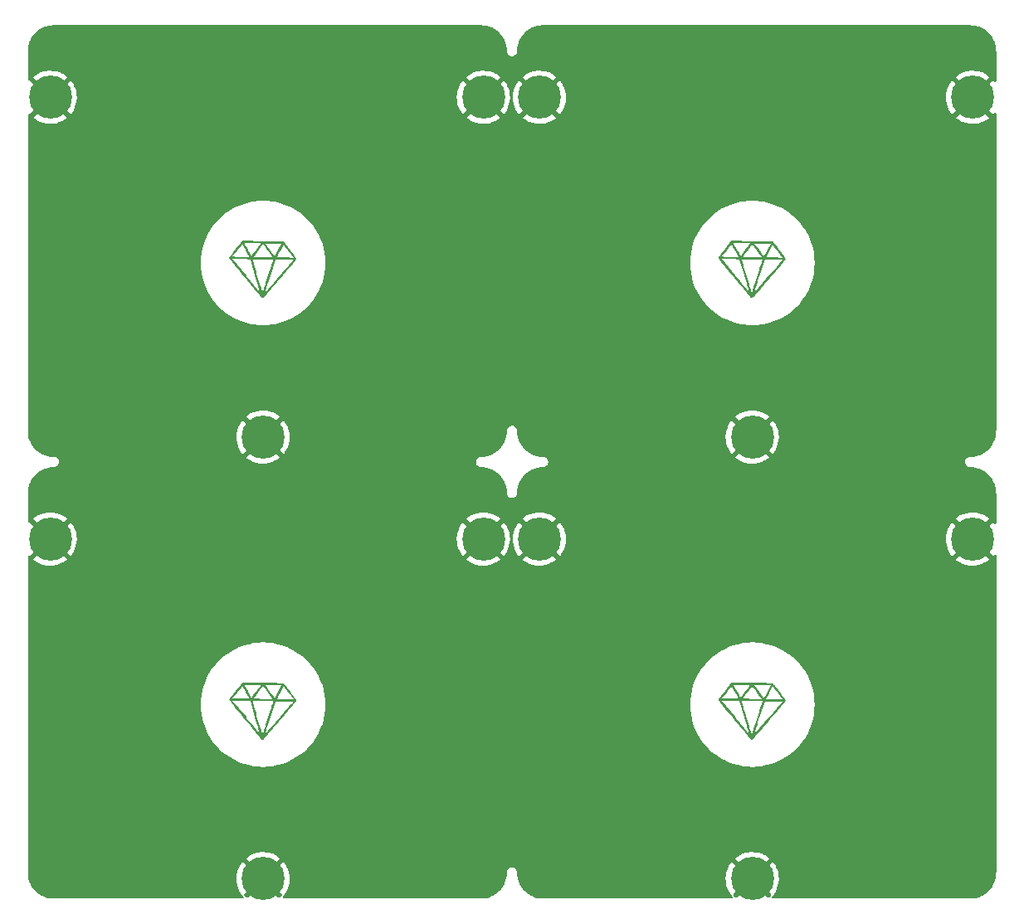
<source format=gbl>
%TF.GenerationSoftware,KiCad,Pcbnew,6.0.2+dfsg-1*%
%TF.CreationDate,2023-03-24T00:20:44+09:00*%
%TF.ProjectId,pcb-panel,7063622d-7061-46e6-956c-2e6b69636164,rev?*%
%TF.SameCoordinates,Original*%
%TF.FileFunction,Copper,L2,Bot*%
%TF.FilePolarity,Positive*%
%FSLAX46Y46*%
G04 Gerber Fmt 4.6, Leading zero omitted, Abs format (unit mm)*
G04 Created by KiCad (PCBNEW 6.0.2+dfsg-1) date 2023-03-24 00:20:44*
%MOMM*%
%LPD*%
G01*
G04 APERTURE LIST*
%TA.AperFunction,ComponentPad*%
%ADD10C,0.700000*%
%TD*%
%TA.AperFunction,ComponentPad*%
%ADD11C,4.400000*%
%TD*%
G04 APERTURE END LIST*
G36*
X90405842Y-74493948D02*
G01*
X90419720Y-74521983D01*
X90417645Y-74526009D01*
X90391670Y-74560435D01*
X90354911Y-74605883D01*
X90337884Y-74626935D01*
X90334076Y-74631540D01*
X90258723Y-74722668D01*
X90156621Y-74844795D01*
X90034013Y-74990475D01*
X89893335Y-75156867D01*
X89737022Y-75341131D01*
X89567508Y-75540427D01*
X89387229Y-75751915D01*
X89198621Y-75972754D01*
X89004117Y-76200104D01*
X88806154Y-76431124D01*
X88607167Y-76662975D01*
X88409590Y-76892816D01*
X88215858Y-77117806D01*
X88028407Y-77335106D01*
X87849672Y-77541874D01*
X87682088Y-77735271D01*
X87528090Y-77912456D01*
X87390114Y-78070590D01*
X87270593Y-78206830D01*
X87171965Y-78318339D01*
X87096662Y-78402274D01*
X87047122Y-78455795D01*
X86999924Y-78502417D01*
X86951805Y-78536643D01*
X86912946Y-78539641D01*
X86872032Y-78515252D01*
X86857132Y-78499011D01*
X86813427Y-78447988D01*
X86743674Y-78365125D01*
X86650113Y-78253125D01*
X86534984Y-78114687D01*
X86400526Y-77952515D01*
X86248979Y-77769309D01*
X86082581Y-77567772D01*
X85903573Y-77350605D01*
X85714193Y-77120509D01*
X85516682Y-76880187D01*
X85404435Y-76743513D01*
X85198668Y-76492972D01*
X84996353Y-76246636D01*
X84800459Y-76008123D01*
X84613957Y-75781050D01*
X84439819Y-75569033D01*
X84281014Y-75375690D01*
X84140515Y-75204637D01*
X84021291Y-75059492D01*
X83926313Y-74943871D01*
X83858552Y-74861391D01*
X83745799Y-74722046D01*
X83651105Y-74600269D01*
X83622730Y-74561367D01*
X83900735Y-74561367D01*
X85259287Y-76214269D01*
X85333832Y-76304965D01*
X85562479Y-76583135D01*
X85763277Y-76827381D01*
X85938032Y-77039877D01*
X86088551Y-77222795D01*
X86216637Y-77378308D01*
X86324098Y-77508589D01*
X86412739Y-77615811D01*
X86484366Y-77702146D01*
X86540784Y-77769767D01*
X86583798Y-77820848D01*
X86615215Y-77857561D01*
X86636841Y-77882079D01*
X86650480Y-77896575D01*
X86657939Y-77903221D01*
X86661023Y-77904191D01*
X86661538Y-77901657D01*
X86656426Y-77882837D01*
X86638989Y-77821663D01*
X86610194Y-77721641D01*
X86571089Y-77586393D01*
X86522728Y-77419542D01*
X86466160Y-77224711D01*
X86402437Y-77005524D01*
X86332611Y-76765603D01*
X86257732Y-76508571D01*
X86178852Y-76238052D01*
X85701074Y-74600247D01*
X85935371Y-74600247D01*
X85943237Y-74626353D01*
X85963390Y-74694747D01*
X85994713Y-74801635D01*
X86036143Y-74943371D01*
X86086617Y-75116305D01*
X86145069Y-75316791D01*
X86210436Y-75541181D01*
X86281654Y-75785826D01*
X86357658Y-76047079D01*
X86437386Y-76321292D01*
X86515749Y-76590656D01*
X86591579Y-76850840D01*
X86662577Y-77093975D01*
X86727691Y-77316481D01*
X86785869Y-77514779D01*
X86836059Y-77685290D01*
X86877210Y-77824434D01*
X86900229Y-77901657D01*
X86908270Y-77928632D01*
X86928188Y-77994305D01*
X86935910Y-78017873D01*
X86939159Y-78013558D01*
X86954808Y-77974667D01*
X86974844Y-77918019D01*
X87216862Y-77918019D01*
X87219763Y-77915368D01*
X87247587Y-77884801D01*
X87302699Y-77822509D01*
X87382441Y-77731568D01*
X87484158Y-77615053D01*
X87605190Y-77476037D01*
X87742881Y-77317597D01*
X87894572Y-77142806D01*
X88057607Y-76954740D01*
X88229329Y-76756473D01*
X88407079Y-76551080D01*
X88588200Y-76341635D01*
X88770034Y-76131215D01*
X88949925Y-75922893D01*
X89125215Y-75719744D01*
X89293246Y-75524843D01*
X89451361Y-75341265D01*
X89596902Y-75172085D01*
X89727212Y-75020377D01*
X89839634Y-74889216D01*
X89931509Y-74781677D01*
X90000181Y-74700835D01*
X90042992Y-74649764D01*
X90057285Y-74631540D01*
X90056911Y-74631408D01*
X90028153Y-74629883D01*
X89957605Y-74628061D01*
X89850524Y-74626027D01*
X89712166Y-74623862D01*
X89547786Y-74621649D01*
X89362640Y-74619472D01*
X89161985Y-74617414D01*
X88272883Y-74608932D01*
X87742835Y-76261724D01*
X87662930Y-76511070D01*
X87580761Y-76767886D01*
X87504107Y-77007881D01*
X87434098Y-77227499D01*
X87371864Y-77423181D01*
X87318534Y-77591368D01*
X87275239Y-77728504D01*
X87243109Y-77831030D01*
X87223274Y-77895387D01*
X87216862Y-77918019D01*
X86974844Y-77918019D01*
X86980559Y-77901860D01*
X87013766Y-77802741D01*
X87051781Y-77684915D01*
X87071786Y-77622019D01*
X87109221Y-77504695D01*
X87158185Y-77351510D01*
X87216978Y-77167773D01*
X87283900Y-76958791D01*
X87357252Y-76729875D01*
X87435331Y-76486334D01*
X87516439Y-76233475D01*
X87598875Y-75976609D01*
X87601063Y-75969792D01*
X87679291Y-75725827D01*
X87752876Y-75495836D01*
X87820575Y-75283734D01*
X87881149Y-75093432D01*
X87933355Y-74928843D01*
X87975952Y-74793881D01*
X88007700Y-74692459D01*
X88027357Y-74628488D01*
X88033682Y-74605883D01*
X88020772Y-74605165D01*
X87965346Y-74603596D01*
X87870668Y-74601439D01*
X87741549Y-74598789D01*
X87582799Y-74595739D01*
X87399226Y-74592384D01*
X87195643Y-74588820D01*
X86976858Y-74585139D01*
X86837981Y-74582898D01*
X86605657Y-74579481D01*
X86415147Y-74577272D01*
X86262676Y-74576326D01*
X86144471Y-74576699D01*
X86056759Y-74578444D01*
X85995767Y-74581616D01*
X85957720Y-74586271D01*
X85938846Y-74592463D01*
X85935371Y-74600247D01*
X85701074Y-74600247D01*
X85696670Y-74585149D01*
X85448035Y-74567131D01*
X85376331Y-74563273D01*
X85252138Y-74559328D01*
X85097787Y-74556425D01*
X84922907Y-74554691D01*
X84737125Y-74554253D01*
X84550068Y-74555240D01*
X83900735Y-74561367D01*
X83622730Y-74561367D01*
X83582073Y-74505626D01*
X83540722Y-74440890D01*
X83529070Y-74408831D01*
X83539026Y-74392124D01*
X83576000Y-74340310D01*
X83581697Y-74332685D01*
X86033017Y-74332685D01*
X86037261Y-74333717D01*
X86079267Y-74336799D01*
X86161846Y-74340224D01*
X86279902Y-74343860D01*
X86428341Y-74347576D01*
X86602069Y-74351240D01*
X86795990Y-74354719D01*
X87005010Y-74357881D01*
X87965031Y-74371104D01*
X87964916Y-74370942D01*
X88403301Y-74370942D01*
X88405493Y-74371104D01*
X88422950Y-74372394D01*
X88485223Y-74374634D01*
X88584807Y-74377393D01*
X88716281Y-74380544D01*
X88874223Y-74383957D01*
X89053211Y-74387503D01*
X89247823Y-74391053D01*
X90085570Y-74405703D01*
X89666251Y-73841400D01*
X89644721Y-73812429D01*
X89535138Y-73665065D01*
X89432073Y-73526612D01*
X89339891Y-73402926D01*
X89262961Y-73299864D01*
X89205649Y-73223281D01*
X89172322Y-73179035D01*
X89097710Y-73080972D01*
X88747118Y-73723227D01*
X88707903Y-73795179D01*
X88624631Y-73948754D01*
X88550762Y-74086063D01*
X88488995Y-74202022D01*
X88442030Y-74291544D01*
X88412565Y-74349546D01*
X88403301Y-74370942D01*
X87964916Y-74370942D01*
X87854595Y-74215594D01*
X87661382Y-73944100D01*
X87490768Y-73705573D01*
X87344263Y-73502123D01*
X87222360Y-73334423D01*
X87125552Y-73203145D01*
X87054330Y-73108963D01*
X87009188Y-73052551D01*
X86990618Y-73034581D01*
X86989532Y-73035183D01*
X86967048Y-73059912D01*
X86921639Y-73116612D01*
X86857273Y-73199903D01*
X86777919Y-73304407D01*
X86687544Y-73424744D01*
X86590117Y-73555535D01*
X86489606Y-73691400D01*
X86389980Y-73826961D01*
X86295206Y-73956838D01*
X86209253Y-74075651D01*
X86136089Y-74178022D01*
X86079683Y-74258571D01*
X86044003Y-74311918D01*
X86041901Y-74315891D01*
X86033017Y-74332685D01*
X83581697Y-74332685D01*
X83606299Y-74299756D01*
X83881015Y-74299756D01*
X84361837Y-74314315D01*
X84618597Y-74321481D01*
X84860524Y-74326928D01*
X85072975Y-74330300D01*
X85252944Y-74331593D01*
X85397424Y-74330802D01*
X85503408Y-74327924D01*
X85567886Y-74322955D01*
X85587853Y-74315891D01*
X85566738Y-74271319D01*
X85527423Y-74195493D01*
X85473396Y-74094676D01*
X85408069Y-73974936D01*
X85334852Y-73842339D01*
X85257155Y-73702951D01*
X85178390Y-73562840D01*
X85101966Y-73428071D01*
X85031295Y-73304711D01*
X84969786Y-73198828D01*
X84920850Y-73116487D01*
X84887898Y-73063755D01*
X84874341Y-73046699D01*
X84865333Y-73057491D01*
X84829586Y-73101870D01*
X84770331Y-73176089D01*
X84691143Y-73275648D01*
X84595598Y-73396052D01*
X84487270Y-73532803D01*
X84369735Y-73681404D01*
X83881015Y-74299756D01*
X83606299Y-74299756D01*
X83637312Y-74258247D01*
X83719930Y-74149875D01*
X83820825Y-74019139D01*
X83936967Y-73869980D01*
X84065325Y-73706341D01*
X84202869Y-73532164D01*
X84683149Y-72925952D01*
X85092379Y-72925952D01*
X85094490Y-72930720D01*
X85114528Y-72969323D01*
X85153486Y-73042285D01*
X85208596Y-73144483D01*
X85277092Y-73270796D01*
X85356207Y-73416104D01*
X85443175Y-73575284D01*
X85481801Y-73645725D01*
X85566430Y-73799020D01*
X85642709Y-73935782D01*
X85707769Y-74050957D01*
X85758744Y-74139490D01*
X85792765Y-74196327D01*
X85806964Y-74216413D01*
X85807368Y-74216277D01*
X85826381Y-74195091D01*
X85868934Y-74141568D01*
X85931006Y-74061114D01*
X86008581Y-73959134D01*
X86097638Y-73841032D01*
X86194158Y-73712213D01*
X86294123Y-73578082D01*
X86393515Y-73444044D01*
X86488314Y-73315504D01*
X86574500Y-73197866D01*
X86648057Y-73096536D01*
X86704964Y-73016919D01*
X86738785Y-72967921D01*
X87233798Y-72967921D01*
X87695552Y-73609547D01*
X87772089Y-73715615D01*
X87877624Y-73860890D01*
X87972430Y-73990252D01*
X88053122Y-74099142D01*
X88116316Y-74183003D01*
X88158626Y-74237277D01*
X88176668Y-74257408D01*
X88180552Y-74254623D01*
X88204665Y-74220440D01*
X88247178Y-74151434D01*
X88305168Y-74052630D01*
X88375715Y-73929052D01*
X88455897Y-73785725D01*
X88542793Y-73627673D01*
X88889555Y-72991704D01*
X88685489Y-72973689D01*
X88630462Y-72970130D01*
X88520557Y-72966073D01*
X88379082Y-72963079D01*
X88215274Y-72961280D01*
X88038371Y-72960809D01*
X87857611Y-72961797D01*
X87233798Y-72967921D01*
X86738785Y-72967921D01*
X86741203Y-72964418D01*
X86752755Y-72944440D01*
X86747596Y-72943544D01*
X86704689Y-72941296D01*
X86623906Y-72938907D01*
X86511819Y-72936452D01*
X86375001Y-72934002D01*
X86220023Y-72931632D01*
X86053457Y-72929415D01*
X85881874Y-72927424D01*
X85711847Y-72925731D01*
X85549948Y-72924411D01*
X85402748Y-72923536D01*
X85276819Y-72923179D01*
X85178733Y-72923414D01*
X85115063Y-72924314D01*
X85092379Y-72925952D01*
X84683149Y-72925952D01*
X84866442Y-72694599D01*
X85270749Y-72694231D01*
X85331473Y-72694281D01*
X85481356Y-72694992D01*
X85661077Y-72696461D01*
X85866335Y-72698609D01*
X86092830Y-72701361D01*
X86336263Y-72704639D01*
X86592334Y-72708367D01*
X86856742Y-72712468D01*
X87125188Y-72716866D01*
X87393372Y-72721482D01*
X87656993Y-72726242D01*
X87911753Y-72731068D01*
X88153351Y-72735882D01*
X88377486Y-72740610D01*
X88579860Y-72745173D01*
X88756172Y-72749495D01*
X88902122Y-72753500D01*
X89013410Y-72757110D01*
X89085737Y-72760249D01*
X89114803Y-72762840D01*
X89115972Y-72763426D01*
X89142079Y-72789417D01*
X89191968Y-72848703D01*
X89262124Y-72936547D01*
X89268267Y-72944440D01*
X89305053Y-72991704D01*
X89349034Y-73048212D01*
X89449184Y-73178961D01*
X89559060Y-73324057D01*
X89675149Y-73478763D01*
X89793936Y-73638343D01*
X89911907Y-73798059D01*
X90025550Y-73953174D01*
X90131350Y-74098952D01*
X90225793Y-74230655D01*
X90305365Y-74343547D01*
X90347934Y-74405703D01*
X90366553Y-74432890D01*
X90405842Y-74493948D01*
G37*
G36*
X140316842Y-74493948D02*
G01*
X140330720Y-74521983D01*
X140328645Y-74526009D01*
X140302670Y-74560435D01*
X140265911Y-74605883D01*
X140248884Y-74626935D01*
X140245076Y-74631540D01*
X140169723Y-74722668D01*
X140067621Y-74844795D01*
X139945013Y-74990475D01*
X139804335Y-75156867D01*
X139648022Y-75341131D01*
X139478508Y-75540427D01*
X139298229Y-75751915D01*
X139109621Y-75972754D01*
X138915117Y-76200104D01*
X138717154Y-76431124D01*
X138518167Y-76662975D01*
X138320590Y-76892816D01*
X138126858Y-77117806D01*
X137939407Y-77335106D01*
X137760672Y-77541874D01*
X137593088Y-77735271D01*
X137439090Y-77912456D01*
X137301114Y-78070590D01*
X137181593Y-78206830D01*
X137082965Y-78318339D01*
X137007662Y-78402274D01*
X136958122Y-78455795D01*
X136910924Y-78502417D01*
X136862805Y-78536643D01*
X136823946Y-78539641D01*
X136783032Y-78515252D01*
X136768132Y-78499011D01*
X136724427Y-78447988D01*
X136654674Y-78365125D01*
X136561113Y-78253125D01*
X136445984Y-78114687D01*
X136311526Y-77952515D01*
X136159979Y-77769309D01*
X135993581Y-77567772D01*
X135814573Y-77350605D01*
X135625193Y-77120509D01*
X135427682Y-76880187D01*
X135315435Y-76743513D01*
X135109668Y-76492972D01*
X134907353Y-76246636D01*
X134711459Y-76008123D01*
X134524957Y-75781050D01*
X134350819Y-75569033D01*
X134192014Y-75375690D01*
X134051515Y-75204637D01*
X133932291Y-75059492D01*
X133837313Y-74943871D01*
X133769552Y-74861391D01*
X133656799Y-74722046D01*
X133562105Y-74600269D01*
X133533730Y-74561367D01*
X133811735Y-74561367D01*
X135170287Y-76214269D01*
X135244832Y-76304965D01*
X135473479Y-76583135D01*
X135674277Y-76827381D01*
X135849032Y-77039877D01*
X135999551Y-77222795D01*
X136127637Y-77378308D01*
X136235098Y-77508589D01*
X136323739Y-77615811D01*
X136395366Y-77702146D01*
X136451784Y-77769767D01*
X136494798Y-77820848D01*
X136526215Y-77857561D01*
X136547841Y-77882079D01*
X136561480Y-77896575D01*
X136568939Y-77903221D01*
X136572023Y-77904191D01*
X136572538Y-77901657D01*
X136567426Y-77882837D01*
X136549989Y-77821663D01*
X136521194Y-77721641D01*
X136482089Y-77586393D01*
X136433728Y-77419542D01*
X136377160Y-77224711D01*
X136313437Y-77005524D01*
X136243611Y-76765603D01*
X136168732Y-76508571D01*
X136089852Y-76238052D01*
X135612074Y-74600247D01*
X135846371Y-74600247D01*
X135854237Y-74626353D01*
X135874390Y-74694747D01*
X135905713Y-74801635D01*
X135947143Y-74943371D01*
X135997617Y-75116305D01*
X136056069Y-75316791D01*
X136121436Y-75541181D01*
X136192654Y-75785826D01*
X136268658Y-76047079D01*
X136348386Y-76321292D01*
X136426749Y-76590656D01*
X136502579Y-76850840D01*
X136573577Y-77093975D01*
X136638691Y-77316481D01*
X136696869Y-77514779D01*
X136747059Y-77685290D01*
X136788210Y-77824434D01*
X136811229Y-77901657D01*
X136819270Y-77928632D01*
X136839188Y-77994305D01*
X136846910Y-78017873D01*
X136850159Y-78013558D01*
X136865808Y-77974667D01*
X136885844Y-77918019D01*
X137127862Y-77918019D01*
X137130763Y-77915368D01*
X137158587Y-77884801D01*
X137213699Y-77822509D01*
X137293441Y-77731568D01*
X137395158Y-77615053D01*
X137516190Y-77476037D01*
X137653881Y-77317597D01*
X137805572Y-77142806D01*
X137968607Y-76954740D01*
X138140329Y-76756473D01*
X138318079Y-76551080D01*
X138499200Y-76341635D01*
X138681034Y-76131215D01*
X138860925Y-75922893D01*
X139036215Y-75719744D01*
X139204246Y-75524843D01*
X139362361Y-75341265D01*
X139507902Y-75172085D01*
X139638212Y-75020377D01*
X139750634Y-74889216D01*
X139842509Y-74781677D01*
X139911181Y-74700835D01*
X139953992Y-74649764D01*
X139968285Y-74631540D01*
X139967911Y-74631408D01*
X139939153Y-74629883D01*
X139868605Y-74628061D01*
X139761524Y-74626027D01*
X139623166Y-74623862D01*
X139458786Y-74621649D01*
X139273640Y-74619472D01*
X139072985Y-74617414D01*
X138183883Y-74608932D01*
X137653835Y-76261724D01*
X137573930Y-76511070D01*
X137491761Y-76767886D01*
X137415107Y-77007881D01*
X137345098Y-77227499D01*
X137282864Y-77423181D01*
X137229534Y-77591368D01*
X137186239Y-77728504D01*
X137154109Y-77831030D01*
X137134274Y-77895387D01*
X137127862Y-77918019D01*
X136885844Y-77918019D01*
X136891559Y-77901860D01*
X136924766Y-77802741D01*
X136962781Y-77684915D01*
X136982786Y-77622019D01*
X137020221Y-77504695D01*
X137069185Y-77351510D01*
X137127978Y-77167773D01*
X137194900Y-76958791D01*
X137268252Y-76729875D01*
X137346331Y-76486334D01*
X137427439Y-76233475D01*
X137509875Y-75976609D01*
X137512063Y-75969792D01*
X137590291Y-75725827D01*
X137663876Y-75495836D01*
X137731575Y-75283734D01*
X137792149Y-75093432D01*
X137844355Y-74928843D01*
X137886952Y-74793881D01*
X137918700Y-74692459D01*
X137938357Y-74628488D01*
X137944682Y-74605883D01*
X137931772Y-74605165D01*
X137876346Y-74603596D01*
X137781668Y-74601439D01*
X137652549Y-74598789D01*
X137493799Y-74595739D01*
X137310226Y-74592384D01*
X137106643Y-74588820D01*
X136887858Y-74585139D01*
X136748981Y-74582898D01*
X136516657Y-74579481D01*
X136326147Y-74577272D01*
X136173676Y-74576326D01*
X136055471Y-74576699D01*
X135967759Y-74578444D01*
X135906767Y-74581616D01*
X135868720Y-74586271D01*
X135849846Y-74592463D01*
X135846371Y-74600247D01*
X135612074Y-74600247D01*
X135607670Y-74585149D01*
X135359035Y-74567131D01*
X135287331Y-74563273D01*
X135163138Y-74559328D01*
X135008787Y-74556425D01*
X134833907Y-74554691D01*
X134648125Y-74554253D01*
X134461068Y-74555240D01*
X133811735Y-74561367D01*
X133533730Y-74561367D01*
X133493073Y-74505626D01*
X133451722Y-74440890D01*
X133440070Y-74408831D01*
X133450026Y-74392124D01*
X133487000Y-74340310D01*
X133492697Y-74332685D01*
X135944017Y-74332685D01*
X135948261Y-74333717D01*
X135990267Y-74336799D01*
X136072846Y-74340224D01*
X136190902Y-74343860D01*
X136339341Y-74347576D01*
X136513069Y-74351240D01*
X136706990Y-74354719D01*
X136916010Y-74357881D01*
X137876031Y-74371104D01*
X137875916Y-74370942D01*
X138314301Y-74370942D01*
X138316493Y-74371104D01*
X138333950Y-74372394D01*
X138396223Y-74374634D01*
X138495807Y-74377393D01*
X138627281Y-74380544D01*
X138785223Y-74383957D01*
X138964211Y-74387503D01*
X139158823Y-74391053D01*
X139996570Y-74405703D01*
X139577251Y-73841400D01*
X139555721Y-73812429D01*
X139446138Y-73665065D01*
X139343073Y-73526612D01*
X139250891Y-73402926D01*
X139173961Y-73299864D01*
X139116649Y-73223281D01*
X139083322Y-73179035D01*
X139008710Y-73080972D01*
X138658118Y-73723227D01*
X138618903Y-73795179D01*
X138535631Y-73948754D01*
X138461762Y-74086063D01*
X138399995Y-74202022D01*
X138353030Y-74291544D01*
X138323565Y-74349546D01*
X138314301Y-74370942D01*
X137875916Y-74370942D01*
X137765595Y-74215594D01*
X137572382Y-73944100D01*
X137401768Y-73705573D01*
X137255263Y-73502123D01*
X137133360Y-73334423D01*
X137036552Y-73203145D01*
X136965330Y-73108963D01*
X136920188Y-73052551D01*
X136901618Y-73034581D01*
X136900532Y-73035183D01*
X136878048Y-73059912D01*
X136832639Y-73116612D01*
X136768273Y-73199903D01*
X136688919Y-73304407D01*
X136598544Y-73424744D01*
X136501117Y-73555535D01*
X136400606Y-73691400D01*
X136300980Y-73826961D01*
X136206206Y-73956838D01*
X136120253Y-74075651D01*
X136047089Y-74178022D01*
X135990683Y-74258571D01*
X135955003Y-74311918D01*
X135952901Y-74315891D01*
X135944017Y-74332685D01*
X133492697Y-74332685D01*
X133517299Y-74299756D01*
X133792015Y-74299756D01*
X134272837Y-74314315D01*
X134529597Y-74321481D01*
X134771524Y-74326928D01*
X134983975Y-74330300D01*
X135163944Y-74331593D01*
X135308424Y-74330802D01*
X135414408Y-74327924D01*
X135478886Y-74322955D01*
X135498853Y-74315891D01*
X135477738Y-74271319D01*
X135438423Y-74195493D01*
X135384396Y-74094676D01*
X135319069Y-73974936D01*
X135245852Y-73842339D01*
X135168155Y-73702951D01*
X135089390Y-73562840D01*
X135012966Y-73428071D01*
X134942295Y-73304711D01*
X134880786Y-73198828D01*
X134831850Y-73116487D01*
X134798898Y-73063755D01*
X134785341Y-73046699D01*
X134776333Y-73057491D01*
X134740586Y-73101870D01*
X134681331Y-73176089D01*
X134602143Y-73275648D01*
X134506598Y-73396052D01*
X134398270Y-73532803D01*
X134280735Y-73681404D01*
X133792015Y-74299756D01*
X133517299Y-74299756D01*
X133548312Y-74258247D01*
X133630930Y-74149875D01*
X133731825Y-74019139D01*
X133847967Y-73869980D01*
X133976325Y-73706341D01*
X134113869Y-73532164D01*
X134594149Y-72925952D01*
X135003379Y-72925952D01*
X135005490Y-72930720D01*
X135025528Y-72969323D01*
X135064486Y-73042285D01*
X135119596Y-73144483D01*
X135188092Y-73270796D01*
X135267207Y-73416104D01*
X135354175Y-73575284D01*
X135392801Y-73645725D01*
X135477430Y-73799020D01*
X135553709Y-73935782D01*
X135618769Y-74050957D01*
X135669744Y-74139490D01*
X135703765Y-74196327D01*
X135717964Y-74216413D01*
X135718368Y-74216277D01*
X135737381Y-74195091D01*
X135779934Y-74141568D01*
X135842006Y-74061114D01*
X135919581Y-73959134D01*
X136008638Y-73841032D01*
X136105158Y-73712213D01*
X136205123Y-73578082D01*
X136304515Y-73444044D01*
X136399314Y-73315504D01*
X136485500Y-73197866D01*
X136559057Y-73096536D01*
X136615964Y-73016919D01*
X136649785Y-72967921D01*
X137144798Y-72967921D01*
X137606552Y-73609547D01*
X137683089Y-73715615D01*
X137788624Y-73860890D01*
X137883430Y-73990252D01*
X137964122Y-74099142D01*
X138027316Y-74183003D01*
X138069626Y-74237277D01*
X138087668Y-74257408D01*
X138091552Y-74254623D01*
X138115665Y-74220440D01*
X138158178Y-74151434D01*
X138216168Y-74052630D01*
X138286715Y-73929052D01*
X138366897Y-73785725D01*
X138453793Y-73627673D01*
X138800555Y-72991704D01*
X138596489Y-72973689D01*
X138541462Y-72970130D01*
X138431557Y-72966073D01*
X138290082Y-72963079D01*
X138126274Y-72961280D01*
X137949371Y-72960809D01*
X137768611Y-72961797D01*
X137144798Y-72967921D01*
X136649785Y-72967921D01*
X136652203Y-72964418D01*
X136663755Y-72944440D01*
X136658596Y-72943544D01*
X136615689Y-72941296D01*
X136534906Y-72938907D01*
X136422819Y-72936452D01*
X136286001Y-72934002D01*
X136131023Y-72931632D01*
X135964457Y-72929415D01*
X135792874Y-72927424D01*
X135622847Y-72925731D01*
X135460948Y-72924411D01*
X135313748Y-72923536D01*
X135187819Y-72923179D01*
X135089733Y-72923414D01*
X135026063Y-72924314D01*
X135003379Y-72925952D01*
X134594149Y-72925952D01*
X134777442Y-72694599D01*
X135181749Y-72694231D01*
X135242473Y-72694281D01*
X135392356Y-72694992D01*
X135572077Y-72696461D01*
X135777335Y-72698609D01*
X136003830Y-72701361D01*
X136247263Y-72704639D01*
X136503334Y-72708367D01*
X136767742Y-72712468D01*
X137036188Y-72716866D01*
X137304372Y-72721482D01*
X137567993Y-72726242D01*
X137822753Y-72731068D01*
X138064351Y-72735882D01*
X138288486Y-72740610D01*
X138490860Y-72745173D01*
X138667172Y-72749495D01*
X138813122Y-72753500D01*
X138924410Y-72757110D01*
X138996737Y-72760249D01*
X139025803Y-72762840D01*
X139026972Y-72763426D01*
X139053079Y-72789417D01*
X139102968Y-72848703D01*
X139173124Y-72936547D01*
X139179267Y-72944440D01*
X139216053Y-72991704D01*
X139260034Y-73048212D01*
X139360184Y-73178961D01*
X139470060Y-73324057D01*
X139586149Y-73478763D01*
X139704936Y-73638343D01*
X139822907Y-73798059D01*
X139936550Y-73953174D01*
X140042350Y-74098952D01*
X140136793Y-74230655D01*
X140216365Y-74343547D01*
X140258934Y-74405703D01*
X140277553Y-74432890D01*
X140316842Y-74493948D01*
G37*
G36*
X90405842Y-119578948D02*
G01*
X90419720Y-119606983D01*
X90417645Y-119611009D01*
X90391670Y-119645435D01*
X90354911Y-119690883D01*
X90337884Y-119711935D01*
X90334076Y-119716540D01*
X90258723Y-119807668D01*
X90156621Y-119929795D01*
X90034013Y-120075475D01*
X89893335Y-120241867D01*
X89737022Y-120426131D01*
X89567508Y-120625427D01*
X89387229Y-120836915D01*
X89198621Y-121057754D01*
X89004117Y-121285104D01*
X88806154Y-121516124D01*
X88607167Y-121747975D01*
X88409590Y-121977816D01*
X88215858Y-122202806D01*
X88028407Y-122420106D01*
X87849672Y-122626874D01*
X87682088Y-122820271D01*
X87528090Y-122997456D01*
X87390114Y-123155590D01*
X87270593Y-123291830D01*
X87171965Y-123403339D01*
X87096662Y-123487274D01*
X87047122Y-123540795D01*
X86999924Y-123587417D01*
X86951805Y-123621643D01*
X86912946Y-123624641D01*
X86872032Y-123600252D01*
X86857132Y-123584011D01*
X86813427Y-123532988D01*
X86743674Y-123450125D01*
X86650113Y-123338125D01*
X86534984Y-123199687D01*
X86400526Y-123037515D01*
X86248979Y-122854309D01*
X86082581Y-122652772D01*
X85903573Y-122435605D01*
X85714193Y-122205509D01*
X85516682Y-121965187D01*
X85404435Y-121828513D01*
X85198668Y-121577972D01*
X84996353Y-121331636D01*
X84800459Y-121093123D01*
X84613957Y-120866050D01*
X84439819Y-120654033D01*
X84281014Y-120460690D01*
X84140515Y-120289637D01*
X84021291Y-120144492D01*
X83926313Y-120028871D01*
X83858552Y-119946391D01*
X83745799Y-119807046D01*
X83651105Y-119685269D01*
X83622730Y-119646367D01*
X83900735Y-119646367D01*
X85259287Y-121299269D01*
X85333832Y-121389965D01*
X85562479Y-121668135D01*
X85763277Y-121912381D01*
X85938032Y-122124877D01*
X86088551Y-122307795D01*
X86216637Y-122463308D01*
X86324098Y-122593589D01*
X86412739Y-122700811D01*
X86484366Y-122787146D01*
X86540784Y-122854767D01*
X86583798Y-122905848D01*
X86615215Y-122942561D01*
X86636841Y-122967079D01*
X86650480Y-122981575D01*
X86657939Y-122988221D01*
X86661023Y-122989191D01*
X86661538Y-122986657D01*
X86656426Y-122967837D01*
X86638989Y-122906663D01*
X86610194Y-122806641D01*
X86571089Y-122671393D01*
X86522728Y-122504542D01*
X86466160Y-122309711D01*
X86402437Y-122090524D01*
X86332611Y-121850603D01*
X86257732Y-121593571D01*
X86178852Y-121323052D01*
X85701074Y-119685247D01*
X85935371Y-119685247D01*
X85943237Y-119711353D01*
X85963390Y-119779747D01*
X85994713Y-119886635D01*
X86036143Y-120028371D01*
X86086617Y-120201305D01*
X86145069Y-120401791D01*
X86210436Y-120626181D01*
X86281654Y-120870826D01*
X86357658Y-121132079D01*
X86437386Y-121406292D01*
X86515749Y-121675656D01*
X86591579Y-121935840D01*
X86662577Y-122178975D01*
X86727691Y-122401481D01*
X86785869Y-122599779D01*
X86836059Y-122770290D01*
X86877210Y-122909434D01*
X86900229Y-122986657D01*
X86908270Y-123013632D01*
X86928188Y-123079305D01*
X86935910Y-123102873D01*
X86939159Y-123098558D01*
X86954808Y-123059667D01*
X86974844Y-123003019D01*
X87216862Y-123003019D01*
X87219763Y-123000368D01*
X87247587Y-122969801D01*
X87302699Y-122907509D01*
X87382441Y-122816568D01*
X87484158Y-122700053D01*
X87605190Y-122561037D01*
X87742881Y-122402597D01*
X87894572Y-122227806D01*
X88057607Y-122039740D01*
X88229329Y-121841473D01*
X88407079Y-121636080D01*
X88588200Y-121426635D01*
X88770034Y-121216215D01*
X88949925Y-121007893D01*
X89125215Y-120804744D01*
X89293246Y-120609843D01*
X89451361Y-120426265D01*
X89596902Y-120257085D01*
X89727212Y-120105377D01*
X89839634Y-119974216D01*
X89931509Y-119866677D01*
X90000181Y-119785835D01*
X90042992Y-119734764D01*
X90057285Y-119716540D01*
X90056911Y-119716408D01*
X90028153Y-119714883D01*
X89957605Y-119713061D01*
X89850524Y-119711027D01*
X89712166Y-119708862D01*
X89547786Y-119706649D01*
X89362640Y-119704472D01*
X89161985Y-119702414D01*
X88272883Y-119693932D01*
X87742835Y-121346724D01*
X87662930Y-121596070D01*
X87580761Y-121852886D01*
X87504107Y-122092881D01*
X87434098Y-122312499D01*
X87371864Y-122508181D01*
X87318534Y-122676368D01*
X87275239Y-122813504D01*
X87243109Y-122916030D01*
X87223274Y-122980387D01*
X87216862Y-123003019D01*
X86974844Y-123003019D01*
X86980559Y-122986860D01*
X87013766Y-122887741D01*
X87051781Y-122769915D01*
X87071786Y-122707019D01*
X87109221Y-122589695D01*
X87158185Y-122436510D01*
X87216978Y-122252773D01*
X87283900Y-122043791D01*
X87357252Y-121814875D01*
X87435331Y-121571334D01*
X87516439Y-121318475D01*
X87598875Y-121061609D01*
X87601063Y-121054792D01*
X87679291Y-120810827D01*
X87752876Y-120580836D01*
X87820575Y-120368734D01*
X87881149Y-120178432D01*
X87933355Y-120013843D01*
X87975952Y-119878881D01*
X88007700Y-119777459D01*
X88027357Y-119713488D01*
X88033682Y-119690883D01*
X88020772Y-119690165D01*
X87965346Y-119688596D01*
X87870668Y-119686439D01*
X87741549Y-119683789D01*
X87582799Y-119680739D01*
X87399226Y-119677384D01*
X87195643Y-119673820D01*
X86976858Y-119670139D01*
X86837981Y-119667898D01*
X86605657Y-119664481D01*
X86415147Y-119662272D01*
X86262676Y-119661326D01*
X86144471Y-119661699D01*
X86056759Y-119663444D01*
X85995767Y-119666616D01*
X85957720Y-119671271D01*
X85938846Y-119677463D01*
X85935371Y-119685247D01*
X85701074Y-119685247D01*
X85696670Y-119670149D01*
X85448035Y-119652131D01*
X85376331Y-119648273D01*
X85252138Y-119644328D01*
X85097787Y-119641425D01*
X84922907Y-119639691D01*
X84737125Y-119639253D01*
X84550068Y-119640240D01*
X83900735Y-119646367D01*
X83622730Y-119646367D01*
X83582073Y-119590626D01*
X83540722Y-119525890D01*
X83529070Y-119493831D01*
X83539026Y-119477124D01*
X83576000Y-119425310D01*
X83581697Y-119417685D01*
X86033017Y-119417685D01*
X86037261Y-119418717D01*
X86079267Y-119421799D01*
X86161846Y-119425224D01*
X86279902Y-119428860D01*
X86428341Y-119432576D01*
X86602069Y-119436240D01*
X86795990Y-119439719D01*
X87005010Y-119442881D01*
X87965031Y-119456104D01*
X87964916Y-119455942D01*
X88403301Y-119455942D01*
X88405493Y-119456104D01*
X88422950Y-119457394D01*
X88485223Y-119459634D01*
X88584807Y-119462393D01*
X88716281Y-119465544D01*
X88874223Y-119468957D01*
X89053211Y-119472503D01*
X89247823Y-119476053D01*
X90085570Y-119490703D01*
X89666251Y-118926400D01*
X89644721Y-118897429D01*
X89535138Y-118750065D01*
X89432073Y-118611612D01*
X89339891Y-118487926D01*
X89262961Y-118384864D01*
X89205649Y-118308281D01*
X89172322Y-118264035D01*
X89097710Y-118165972D01*
X88747118Y-118808227D01*
X88707903Y-118880179D01*
X88624631Y-119033754D01*
X88550762Y-119171063D01*
X88488995Y-119287022D01*
X88442030Y-119376544D01*
X88412565Y-119434546D01*
X88403301Y-119455942D01*
X87964916Y-119455942D01*
X87854595Y-119300594D01*
X87661382Y-119029100D01*
X87490768Y-118790573D01*
X87344263Y-118587123D01*
X87222360Y-118419423D01*
X87125552Y-118288145D01*
X87054330Y-118193963D01*
X87009188Y-118137551D01*
X86990618Y-118119581D01*
X86989532Y-118120183D01*
X86967048Y-118144912D01*
X86921639Y-118201612D01*
X86857273Y-118284903D01*
X86777919Y-118389407D01*
X86687544Y-118509744D01*
X86590117Y-118640535D01*
X86489606Y-118776400D01*
X86389980Y-118911961D01*
X86295206Y-119041838D01*
X86209253Y-119160651D01*
X86136089Y-119263022D01*
X86079683Y-119343571D01*
X86044003Y-119396918D01*
X86041901Y-119400891D01*
X86033017Y-119417685D01*
X83581697Y-119417685D01*
X83606299Y-119384756D01*
X83881015Y-119384756D01*
X84361837Y-119399315D01*
X84618597Y-119406481D01*
X84860524Y-119411928D01*
X85072975Y-119415300D01*
X85252944Y-119416593D01*
X85397424Y-119415802D01*
X85503408Y-119412924D01*
X85567886Y-119407955D01*
X85587853Y-119400891D01*
X85566738Y-119356319D01*
X85527423Y-119280493D01*
X85473396Y-119179676D01*
X85408069Y-119059936D01*
X85334852Y-118927339D01*
X85257155Y-118787951D01*
X85178390Y-118647840D01*
X85101966Y-118513071D01*
X85031295Y-118389711D01*
X84969786Y-118283828D01*
X84920850Y-118201487D01*
X84887898Y-118148755D01*
X84874341Y-118131699D01*
X84865333Y-118142491D01*
X84829586Y-118186870D01*
X84770331Y-118261089D01*
X84691143Y-118360648D01*
X84595598Y-118481052D01*
X84487270Y-118617803D01*
X84369735Y-118766404D01*
X83881015Y-119384756D01*
X83606299Y-119384756D01*
X83637312Y-119343247D01*
X83719930Y-119234875D01*
X83820825Y-119104139D01*
X83936967Y-118954980D01*
X84065325Y-118791341D01*
X84202869Y-118617164D01*
X84683149Y-118010952D01*
X85092379Y-118010952D01*
X85094490Y-118015720D01*
X85114528Y-118054323D01*
X85153486Y-118127285D01*
X85208596Y-118229483D01*
X85277092Y-118355796D01*
X85356207Y-118501104D01*
X85443175Y-118660284D01*
X85481801Y-118730725D01*
X85566430Y-118884020D01*
X85642709Y-119020782D01*
X85707769Y-119135957D01*
X85758744Y-119224490D01*
X85792765Y-119281327D01*
X85806964Y-119301413D01*
X85807368Y-119301277D01*
X85826381Y-119280091D01*
X85868934Y-119226568D01*
X85931006Y-119146114D01*
X86008581Y-119044134D01*
X86097638Y-118926032D01*
X86194158Y-118797213D01*
X86294123Y-118663082D01*
X86393515Y-118529044D01*
X86488314Y-118400504D01*
X86574500Y-118282866D01*
X86648057Y-118181536D01*
X86704964Y-118101919D01*
X86738785Y-118052921D01*
X87233798Y-118052921D01*
X87695552Y-118694547D01*
X87772089Y-118800615D01*
X87877624Y-118945890D01*
X87972430Y-119075252D01*
X88053122Y-119184142D01*
X88116316Y-119268003D01*
X88158626Y-119322277D01*
X88176668Y-119342408D01*
X88180552Y-119339623D01*
X88204665Y-119305440D01*
X88247178Y-119236434D01*
X88305168Y-119137630D01*
X88375715Y-119014052D01*
X88455897Y-118870725D01*
X88542793Y-118712673D01*
X88889555Y-118076704D01*
X88685489Y-118058689D01*
X88630462Y-118055130D01*
X88520557Y-118051073D01*
X88379082Y-118048079D01*
X88215274Y-118046280D01*
X88038371Y-118045809D01*
X87857611Y-118046797D01*
X87233798Y-118052921D01*
X86738785Y-118052921D01*
X86741203Y-118049418D01*
X86752755Y-118029440D01*
X86747596Y-118028544D01*
X86704689Y-118026296D01*
X86623906Y-118023907D01*
X86511819Y-118021452D01*
X86375001Y-118019002D01*
X86220023Y-118016632D01*
X86053457Y-118014415D01*
X85881874Y-118012424D01*
X85711847Y-118010731D01*
X85549948Y-118009411D01*
X85402748Y-118008536D01*
X85276819Y-118008179D01*
X85178733Y-118008414D01*
X85115063Y-118009314D01*
X85092379Y-118010952D01*
X84683149Y-118010952D01*
X84866442Y-117779599D01*
X85270749Y-117779231D01*
X85331473Y-117779281D01*
X85481356Y-117779992D01*
X85661077Y-117781461D01*
X85866335Y-117783609D01*
X86092830Y-117786361D01*
X86336263Y-117789639D01*
X86592334Y-117793367D01*
X86856742Y-117797468D01*
X87125188Y-117801866D01*
X87393372Y-117806482D01*
X87656993Y-117811242D01*
X87911753Y-117816068D01*
X88153351Y-117820882D01*
X88377486Y-117825610D01*
X88579860Y-117830173D01*
X88756172Y-117834495D01*
X88902122Y-117838500D01*
X89013410Y-117842110D01*
X89085737Y-117845249D01*
X89114803Y-117847840D01*
X89115972Y-117848426D01*
X89142079Y-117874417D01*
X89191968Y-117933703D01*
X89262124Y-118021547D01*
X89268267Y-118029440D01*
X89305053Y-118076704D01*
X89349034Y-118133212D01*
X89449184Y-118263961D01*
X89559060Y-118409057D01*
X89675149Y-118563763D01*
X89793936Y-118723343D01*
X89911907Y-118883059D01*
X90025550Y-119038174D01*
X90131350Y-119183952D01*
X90225793Y-119315655D01*
X90305365Y-119428547D01*
X90347934Y-119490703D01*
X90366553Y-119517890D01*
X90405842Y-119578948D01*
G37*
G36*
X140316842Y-119578948D02*
G01*
X140330720Y-119606983D01*
X140328645Y-119611009D01*
X140302670Y-119645435D01*
X140265911Y-119690883D01*
X140248884Y-119711935D01*
X140245076Y-119716540D01*
X140169723Y-119807668D01*
X140067621Y-119929795D01*
X139945013Y-120075475D01*
X139804335Y-120241867D01*
X139648022Y-120426131D01*
X139478508Y-120625427D01*
X139298229Y-120836915D01*
X139109621Y-121057754D01*
X138915117Y-121285104D01*
X138717154Y-121516124D01*
X138518167Y-121747975D01*
X138320590Y-121977816D01*
X138126858Y-122202806D01*
X137939407Y-122420106D01*
X137760672Y-122626874D01*
X137593088Y-122820271D01*
X137439090Y-122997456D01*
X137301114Y-123155590D01*
X137181593Y-123291830D01*
X137082965Y-123403339D01*
X137007662Y-123487274D01*
X136958122Y-123540795D01*
X136910924Y-123587417D01*
X136862805Y-123621643D01*
X136823946Y-123624641D01*
X136783032Y-123600252D01*
X136768132Y-123584011D01*
X136724427Y-123532988D01*
X136654674Y-123450125D01*
X136561113Y-123338125D01*
X136445984Y-123199687D01*
X136311526Y-123037515D01*
X136159979Y-122854309D01*
X135993581Y-122652772D01*
X135814573Y-122435605D01*
X135625193Y-122205509D01*
X135427682Y-121965187D01*
X135315435Y-121828513D01*
X135109668Y-121577972D01*
X134907353Y-121331636D01*
X134711459Y-121093123D01*
X134524957Y-120866050D01*
X134350819Y-120654033D01*
X134192014Y-120460690D01*
X134051515Y-120289637D01*
X133932291Y-120144492D01*
X133837313Y-120028871D01*
X133769552Y-119946391D01*
X133656799Y-119807046D01*
X133562105Y-119685269D01*
X133533730Y-119646367D01*
X133811735Y-119646367D01*
X135170287Y-121299269D01*
X135244832Y-121389965D01*
X135473479Y-121668135D01*
X135674277Y-121912381D01*
X135849032Y-122124877D01*
X135999551Y-122307795D01*
X136127637Y-122463308D01*
X136235098Y-122593589D01*
X136323739Y-122700811D01*
X136395366Y-122787146D01*
X136451784Y-122854767D01*
X136494798Y-122905848D01*
X136526215Y-122942561D01*
X136547841Y-122967079D01*
X136561480Y-122981575D01*
X136568939Y-122988221D01*
X136572023Y-122989191D01*
X136572538Y-122986657D01*
X136567426Y-122967837D01*
X136549989Y-122906663D01*
X136521194Y-122806641D01*
X136482089Y-122671393D01*
X136433728Y-122504542D01*
X136377160Y-122309711D01*
X136313437Y-122090524D01*
X136243611Y-121850603D01*
X136168732Y-121593571D01*
X136089852Y-121323052D01*
X135612074Y-119685247D01*
X135846371Y-119685247D01*
X135854237Y-119711353D01*
X135874390Y-119779747D01*
X135905713Y-119886635D01*
X135947143Y-120028371D01*
X135997617Y-120201305D01*
X136056069Y-120401791D01*
X136121436Y-120626181D01*
X136192654Y-120870826D01*
X136268658Y-121132079D01*
X136348386Y-121406292D01*
X136426749Y-121675656D01*
X136502579Y-121935840D01*
X136573577Y-122178975D01*
X136638691Y-122401481D01*
X136696869Y-122599779D01*
X136747059Y-122770290D01*
X136788210Y-122909434D01*
X136811229Y-122986657D01*
X136819270Y-123013632D01*
X136839188Y-123079305D01*
X136846910Y-123102873D01*
X136850159Y-123098558D01*
X136865808Y-123059667D01*
X136885844Y-123003019D01*
X137127862Y-123003019D01*
X137130763Y-123000368D01*
X137158587Y-122969801D01*
X137213699Y-122907509D01*
X137293441Y-122816568D01*
X137395158Y-122700053D01*
X137516190Y-122561037D01*
X137653881Y-122402597D01*
X137805572Y-122227806D01*
X137968607Y-122039740D01*
X138140329Y-121841473D01*
X138318079Y-121636080D01*
X138499200Y-121426635D01*
X138681034Y-121216215D01*
X138860925Y-121007893D01*
X139036215Y-120804744D01*
X139204246Y-120609843D01*
X139362361Y-120426265D01*
X139507902Y-120257085D01*
X139638212Y-120105377D01*
X139750634Y-119974216D01*
X139842509Y-119866677D01*
X139911181Y-119785835D01*
X139953992Y-119734764D01*
X139968285Y-119716540D01*
X139967911Y-119716408D01*
X139939153Y-119714883D01*
X139868605Y-119713061D01*
X139761524Y-119711027D01*
X139623166Y-119708862D01*
X139458786Y-119706649D01*
X139273640Y-119704472D01*
X139072985Y-119702414D01*
X138183883Y-119693932D01*
X137653835Y-121346724D01*
X137573930Y-121596070D01*
X137491761Y-121852886D01*
X137415107Y-122092881D01*
X137345098Y-122312499D01*
X137282864Y-122508181D01*
X137229534Y-122676368D01*
X137186239Y-122813504D01*
X137154109Y-122916030D01*
X137134274Y-122980387D01*
X137127862Y-123003019D01*
X136885844Y-123003019D01*
X136891559Y-122986860D01*
X136924766Y-122887741D01*
X136962781Y-122769915D01*
X136982786Y-122707019D01*
X137020221Y-122589695D01*
X137069185Y-122436510D01*
X137127978Y-122252773D01*
X137194900Y-122043791D01*
X137268252Y-121814875D01*
X137346331Y-121571334D01*
X137427439Y-121318475D01*
X137509875Y-121061609D01*
X137512063Y-121054792D01*
X137590291Y-120810827D01*
X137663876Y-120580836D01*
X137731575Y-120368734D01*
X137792149Y-120178432D01*
X137844355Y-120013843D01*
X137886952Y-119878881D01*
X137918700Y-119777459D01*
X137938357Y-119713488D01*
X137944682Y-119690883D01*
X137931772Y-119690165D01*
X137876346Y-119688596D01*
X137781668Y-119686439D01*
X137652549Y-119683789D01*
X137493799Y-119680739D01*
X137310226Y-119677384D01*
X137106643Y-119673820D01*
X136887858Y-119670139D01*
X136748981Y-119667898D01*
X136516657Y-119664481D01*
X136326147Y-119662272D01*
X136173676Y-119661326D01*
X136055471Y-119661699D01*
X135967759Y-119663444D01*
X135906767Y-119666616D01*
X135868720Y-119671271D01*
X135849846Y-119677463D01*
X135846371Y-119685247D01*
X135612074Y-119685247D01*
X135607670Y-119670149D01*
X135359035Y-119652131D01*
X135287331Y-119648273D01*
X135163138Y-119644328D01*
X135008787Y-119641425D01*
X134833907Y-119639691D01*
X134648125Y-119639253D01*
X134461068Y-119640240D01*
X133811735Y-119646367D01*
X133533730Y-119646367D01*
X133493073Y-119590626D01*
X133451722Y-119525890D01*
X133440070Y-119493831D01*
X133450026Y-119477124D01*
X133487000Y-119425310D01*
X133492697Y-119417685D01*
X135944017Y-119417685D01*
X135948261Y-119418717D01*
X135990267Y-119421799D01*
X136072846Y-119425224D01*
X136190902Y-119428860D01*
X136339341Y-119432576D01*
X136513069Y-119436240D01*
X136706990Y-119439719D01*
X136916010Y-119442881D01*
X137876031Y-119456104D01*
X137875916Y-119455942D01*
X138314301Y-119455942D01*
X138316493Y-119456104D01*
X138333950Y-119457394D01*
X138396223Y-119459634D01*
X138495807Y-119462393D01*
X138627281Y-119465544D01*
X138785223Y-119468957D01*
X138964211Y-119472503D01*
X139158823Y-119476053D01*
X139996570Y-119490703D01*
X139577251Y-118926400D01*
X139555721Y-118897429D01*
X139446138Y-118750065D01*
X139343073Y-118611612D01*
X139250891Y-118487926D01*
X139173961Y-118384864D01*
X139116649Y-118308281D01*
X139083322Y-118264035D01*
X139008710Y-118165972D01*
X138658118Y-118808227D01*
X138618903Y-118880179D01*
X138535631Y-119033754D01*
X138461762Y-119171063D01*
X138399995Y-119287022D01*
X138353030Y-119376544D01*
X138323565Y-119434546D01*
X138314301Y-119455942D01*
X137875916Y-119455942D01*
X137765595Y-119300594D01*
X137572382Y-119029100D01*
X137401768Y-118790573D01*
X137255263Y-118587123D01*
X137133360Y-118419423D01*
X137036552Y-118288145D01*
X136965330Y-118193963D01*
X136920188Y-118137551D01*
X136901618Y-118119581D01*
X136900532Y-118120183D01*
X136878048Y-118144912D01*
X136832639Y-118201612D01*
X136768273Y-118284903D01*
X136688919Y-118389407D01*
X136598544Y-118509744D01*
X136501117Y-118640535D01*
X136400606Y-118776400D01*
X136300980Y-118911961D01*
X136206206Y-119041838D01*
X136120253Y-119160651D01*
X136047089Y-119263022D01*
X135990683Y-119343571D01*
X135955003Y-119396918D01*
X135952901Y-119400891D01*
X135944017Y-119417685D01*
X133492697Y-119417685D01*
X133517299Y-119384756D01*
X133792015Y-119384756D01*
X134272837Y-119399315D01*
X134529597Y-119406481D01*
X134771524Y-119411928D01*
X134983975Y-119415300D01*
X135163944Y-119416593D01*
X135308424Y-119415802D01*
X135414408Y-119412924D01*
X135478886Y-119407955D01*
X135498853Y-119400891D01*
X135477738Y-119356319D01*
X135438423Y-119280493D01*
X135384396Y-119179676D01*
X135319069Y-119059936D01*
X135245852Y-118927339D01*
X135168155Y-118787951D01*
X135089390Y-118647840D01*
X135012966Y-118513071D01*
X134942295Y-118389711D01*
X134880786Y-118283828D01*
X134831850Y-118201487D01*
X134798898Y-118148755D01*
X134785341Y-118131699D01*
X134776333Y-118142491D01*
X134740586Y-118186870D01*
X134681331Y-118261089D01*
X134602143Y-118360648D01*
X134506598Y-118481052D01*
X134398270Y-118617803D01*
X134280735Y-118766404D01*
X133792015Y-119384756D01*
X133517299Y-119384756D01*
X133548312Y-119343247D01*
X133630930Y-119234875D01*
X133731825Y-119104139D01*
X133847967Y-118954980D01*
X133976325Y-118791341D01*
X134113869Y-118617164D01*
X134594149Y-118010952D01*
X135003379Y-118010952D01*
X135005490Y-118015720D01*
X135025528Y-118054323D01*
X135064486Y-118127285D01*
X135119596Y-118229483D01*
X135188092Y-118355796D01*
X135267207Y-118501104D01*
X135354175Y-118660284D01*
X135392801Y-118730725D01*
X135477430Y-118884020D01*
X135553709Y-119020782D01*
X135618769Y-119135957D01*
X135669744Y-119224490D01*
X135703765Y-119281327D01*
X135717964Y-119301413D01*
X135718368Y-119301277D01*
X135737381Y-119280091D01*
X135779934Y-119226568D01*
X135842006Y-119146114D01*
X135919581Y-119044134D01*
X136008638Y-118926032D01*
X136105158Y-118797213D01*
X136205123Y-118663082D01*
X136304515Y-118529044D01*
X136399314Y-118400504D01*
X136485500Y-118282866D01*
X136559057Y-118181536D01*
X136615964Y-118101919D01*
X136649785Y-118052921D01*
X137144798Y-118052921D01*
X137606552Y-118694547D01*
X137683089Y-118800615D01*
X137788624Y-118945890D01*
X137883430Y-119075252D01*
X137964122Y-119184142D01*
X138027316Y-119268003D01*
X138069626Y-119322277D01*
X138087668Y-119342408D01*
X138091552Y-119339623D01*
X138115665Y-119305440D01*
X138158178Y-119236434D01*
X138216168Y-119137630D01*
X138286715Y-119014052D01*
X138366897Y-118870725D01*
X138453793Y-118712673D01*
X138800555Y-118076704D01*
X138596489Y-118058689D01*
X138541462Y-118055130D01*
X138431557Y-118051073D01*
X138290082Y-118048079D01*
X138126274Y-118046280D01*
X137949371Y-118045809D01*
X137768611Y-118046797D01*
X137144798Y-118052921D01*
X136649785Y-118052921D01*
X136652203Y-118049418D01*
X136663755Y-118029440D01*
X136658596Y-118028544D01*
X136615689Y-118026296D01*
X136534906Y-118023907D01*
X136422819Y-118021452D01*
X136286001Y-118019002D01*
X136131023Y-118016632D01*
X135964457Y-118014415D01*
X135792874Y-118012424D01*
X135622847Y-118010731D01*
X135460948Y-118009411D01*
X135313748Y-118008536D01*
X135187819Y-118008179D01*
X135089733Y-118008414D01*
X135026063Y-118009314D01*
X135003379Y-118010952D01*
X134594149Y-118010952D01*
X134777442Y-117779599D01*
X135181749Y-117779231D01*
X135242473Y-117779281D01*
X135392356Y-117779992D01*
X135572077Y-117781461D01*
X135777335Y-117783609D01*
X136003830Y-117786361D01*
X136247263Y-117789639D01*
X136503334Y-117793367D01*
X136767742Y-117797468D01*
X137036188Y-117801866D01*
X137304372Y-117806482D01*
X137567993Y-117811242D01*
X137822753Y-117816068D01*
X138064351Y-117820882D01*
X138288486Y-117825610D01*
X138490860Y-117830173D01*
X138667172Y-117834495D01*
X138813122Y-117838500D01*
X138924410Y-117842110D01*
X138996737Y-117845249D01*
X139025803Y-117847840D01*
X139026972Y-117848426D01*
X139053079Y-117874417D01*
X139102968Y-117933703D01*
X139173124Y-118021547D01*
X139179267Y-118029440D01*
X139216053Y-118076704D01*
X139260034Y-118133212D01*
X139360184Y-118263961D01*
X139470060Y-118409057D01*
X139586149Y-118563763D01*
X139704936Y-118723343D01*
X139822907Y-118883059D01*
X139936550Y-119038174D01*
X140042350Y-119183952D01*
X140136793Y-119315655D01*
X140216365Y-119428547D01*
X140258934Y-119490703D01*
X140277553Y-119517890D01*
X140316842Y-119578948D01*
G37*
D10*
X64111274Y-59205726D03*
X66928000Y-58039000D03*
X64111274Y-56872274D03*
X63628000Y-58039000D03*
X66444726Y-56872274D03*
D11*
X65278000Y-58039000D03*
D10*
X65278000Y-59689000D03*
X65278000Y-56389000D03*
X66444726Y-59205726D03*
D11*
X86995000Y-92710000D03*
D10*
X88645000Y-92710000D03*
X88161726Y-93876726D03*
X88161726Y-91543274D03*
X85828274Y-93876726D03*
X85345000Y-92710000D03*
X86995000Y-91060000D03*
X85828274Y-91543274D03*
X86995000Y-94360000D03*
X108307274Y-59205726D03*
X111124000Y-58039000D03*
X109474000Y-56389000D03*
X107824000Y-58039000D03*
X110640726Y-59205726D03*
X110640726Y-56872274D03*
X108307274Y-56872274D03*
D11*
X109474000Y-58039000D03*
D10*
X109474000Y-59689000D03*
X157735000Y-103124000D03*
X158218274Y-101957274D03*
X159385000Y-101474000D03*
X160551726Y-104290726D03*
X159385000Y-104774000D03*
X161035000Y-103124000D03*
D11*
X159385000Y-103124000D03*
D10*
X158218274Y-104290726D03*
X160551726Y-101957274D03*
X158218274Y-59205726D03*
D11*
X159385000Y-58039000D03*
D10*
X157735000Y-58039000D03*
X159385000Y-56389000D03*
X161035000Y-58039000D03*
X160551726Y-59205726D03*
X160551726Y-56872274D03*
X158218274Y-56872274D03*
X159385000Y-59689000D03*
X114022274Y-59205726D03*
X115189000Y-56389000D03*
X115189000Y-59689000D03*
X116355726Y-56872274D03*
X116355726Y-59205726D03*
X114022274Y-56872274D03*
X113539000Y-58039000D03*
X116839000Y-58039000D03*
D11*
X115189000Y-58039000D03*
D10*
X66444726Y-104290726D03*
D11*
X65278000Y-103124000D03*
D10*
X66444726Y-101957274D03*
X65278000Y-104774000D03*
X65278000Y-101474000D03*
X63628000Y-103124000D03*
X64111274Y-104290726D03*
X64111274Y-101957274D03*
X66928000Y-103124000D03*
D11*
X136906000Y-137795000D03*
D10*
X136906000Y-139445000D03*
X138556000Y-137795000D03*
X135739274Y-138961726D03*
X136906000Y-136145000D03*
X135256000Y-137795000D03*
X138072726Y-138961726D03*
X138072726Y-136628274D03*
X135739274Y-136628274D03*
X115189000Y-104774000D03*
X116839000Y-103124000D03*
X115189000Y-101474000D03*
X116355726Y-104290726D03*
D11*
X115189000Y-103124000D03*
D10*
X116355726Y-101957274D03*
X113539000Y-103124000D03*
X114022274Y-101957274D03*
X114022274Y-104290726D03*
X109474000Y-104774000D03*
X110640726Y-101957274D03*
X110640726Y-104290726D03*
D11*
X109474000Y-103124000D03*
D10*
X108307274Y-104290726D03*
X111124000Y-103124000D03*
X107824000Y-103124000D03*
X108307274Y-101957274D03*
X109474000Y-101474000D03*
X85345000Y-137795000D03*
X88161726Y-136628274D03*
D11*
X86995000Y-137795000D03*
D10*
X88161726Y-138961726D03*
X85828274Y-138961726D03*
X88645000Y-137795000D03*
X86995000Y-136145000D03*
X86995000Y-139445000D03*
X85828274Y-136628274D03*
X138072726Y-91543274D03*
X136906000Y-91060000D03*
X138556000Y-92710000D03*
D11*
X136906000Y-92710000D03*
D10*
X136906000Y-94360000D03*
X138072726Y-93876726D03*
X135256000Y-92710000D03*
X135739274Y-91543274D03*
X135739274Y-93876726D03*
%TA.AperFunction,Conductor*%
G36*
X159101057Y-50674500D02*
G01*
X159115858Y-50676805D01*
X159115861Y-50676805D01*
X159124730Y-50678186D01*
X159133632Y-50677022D01*
X159133634Y-50677022D01*
X159137962Y-50676456D01*
X159142695Y-50675837D01*
X159166093Y-50674971D01*
X159422550Y-50689374D01*
X159436579Y-50690954D01*
X159717492Y-50738683D01*
X159731257Y-50741824D01*
X160005065Y-50820707D01*
X160018385Y-50825368D01*
X160281635Y-50934410D01*
X160294358Y-50940537D01*
X160403236Y-51000712D01*
X160543738Y-51078365D01*
X160555701Y-51085882D01*
X160788073Y-51250758D01*
X160799121Y-51259568D01*
X161011578Y-51449431D01*
X161021569Y-51459422D01*
X161211432Y-51671879D01*
X161220242Y-51682927D01*
X161385118Y-51915299D01*
X161392635Y-51927262D01*
X161530461Y-52176638D01*
X161536590Y-52189365D01*
X161645632Y-52452615D01*
X161650293Y-52465935D01*
X161694856Y-52620616D01*
X161729175Y-52739740D01*
X161732319Y-52753515D01*
X161780045Y-53034414D01*
X161781627Y-53048455D01*
X161795620Y-53297622D01*
X161794318Y-53324068D01*
X161794196Y-53324850D01*
X161794196Y-53324856D01*
X161792814Y-53333730D01*
X161794638Y-53347678D01*
X161796936Y-53365251D01*
X161798000Y-53381589D01*
X161798000Y-56363115D01*
X161777998Y-56431236D01*
X161724342Y-56477729D01*
X161654068Y-56487833D01*
X161589488Y-56458339D01*
X161572643Y-56440602D01*
X161482991Y-56325647D01*
X161471199Y-56317178D01*
X161459486Y-56323725D01*
X159757020Y-58026190D01*
X159749408Y-58040131D01*
X159749539Y-58041966D01*
X159753790Y-58048580D01*
X161458285Y-59753074D01*
X161471408Y-59760240D01*
X161481709Y-59752851D01*
X161574287Y-59639136D01*
X161632807Y-59598937D01*
X161703770Y-59596757D01*
X161764646Y-59633289D01*
X161796108Y-59696934D01*
X161798000Y-59718686D01*
X161798000Y-92025672D01*
X161796500Y-92045057D01*
X161794289Y-92059260D01*
X161792814Y-92068730D01*
X161793978Y-92077632D01*
X161793978Y-92077634D01*
X161795163Y-92086692D01*
X161796029Y-92110093D01*
X161782804Y-92345592D01*
X161781627Y-92366545D01*
X161780045Y-92380586D01*
X161732319Y-92661485D01*
X161729176Y-92675257D01*
X161650293Y-92949065D01*
X161645632Y-92962385D01*
X161536592Y-93225631D01*
X161530461Y-93238362D01*
X161392635Y-93487738D01*
X161385118Y-93499701D01*
X161220242Y-93732073D01*
X161211433Y-93743120D01*
X161021569Y-93955578D01*
X161011578Y-93965569D01*
X160799121Y-94155432D01*
X160788073Y-94164242D01*
X160555701Y-94329118D01*
X160543738Y-94336635D01*
X160294358Y-94474463D01*
X160281635Y-94480590D01*
X160018385Y-94589632D01*
X160005065Y-94594293D01*
X159731257Y-94673176D01*
X159717492Y-94676317D01*
X159436579Y-94724046D01*
X159422550Y-94725626D01*
X159284313Y-94733390D01*
X159179818Y-94739259D01*
X159166569Y-94739305D01*
X159161400Y-94739051D01*
X159153189Y-94738162D01*
X159153188Y-94738171D01*
X159148340Y-94737737D01*
X159143539Y-94736929D01*
X159137538Y-94736856D01*
X159137270Y-94736814D01*
X159137001Y-94736849D01*
X159131000Y-94736776D01*
X159062733Y-94746552D01*
X159061316Y-94746746D01*
X159048034Y-94748483D01*
X158992984Y-94755682D01*
X158990088Y-94756956D01*
X158986955Y-94757405D01*
X158929798Y-94783393D01*
X158924253Y-94785914D01*
X158922847Y-94786543D01*
X158859793Y-94814287D01*
X158857371Y-94816323D01*
X158854490Y-94817633D01*
X158848411Y-94822871D01*
X158802268Y-94862631D01*
X158801123Y-94863605D01*
X158748404Y-94907920D01*
X158746652Y-94910552D01*
X158744253Y-94912619D01*
X158708753Y-94967390D01*
X158706748Y-94970483D01*
X158705975Y-94971659D01*
X158667772Y-95029051D01*
X158666828Y-95032071D01*
X158665107Y-95034727D01*
X158662813Y-95042399D01*
X158645374Y-95100709D01*
X158644924Y-95102181D01*
X158626769Y-95160292D01*
X158624378Y-95167945D01*
X158624320Y-95171108D01*
X158623413Y-95174141D01*
X158623050Y-95233620D01*
X158622992Y-95243052D01*
X158622974Y-95244527D01*
X158622873Y-95250000D01*
X137854218Y-95250000D01*
X138121496Y-95135169D01*
X138128263Y-95131765D01*
X138404042Y-94971580D01*
X138410349Y-94967390D01*
X138620305Y-94808889D01*
X138628761Y-94797496D01*
X138622045Y-94785256D01*
X136918810Y-93082020D01*
X136904869Y-93074408D01*
X136903034Y-93074539D01*
X136896420Y-93078790D01*
X135191818Y-94783393D01*
X135184703Y-94796423D01*
X135192227Y-94806854D01*
X135331483Y-94919020D01*
X135337657Y-94923408D01*
X135608271Y-95092178D01*
X135614931Y-95095794D01*
X135903852Y-95230827D01*
X135910905Y-95233620D01*
X135960872Y-95250000D01*
X116078127Y-95250000D01*
X116079289Y-95186565D01*
X116078457Y-95183512D01*
X116078476Y-95180348D01*
X116059514Y-95114006D01*
X116059173Y-95112782D01*
X116041014Y-95046174D01*
X116039357Y-95043475D01*
X116038488Y-95040435D01*
X116032971Y-95031690D01*
X116001735Y-94982184D01*
X116000922Y-94980878D01*
X115969067Y-94928998D01*
X115964874Y-94922169D01*
X115962530Y-94920047D01*
X115960840Y-94917369D01*
X115909152Y-94871720D01*
X115908061Y-94870744D01*
X115862940Y-94829903D01*
X115856991Y-94824518D01*
X115854143Y-94823138D01*
X115851772Y-94821044D01*
X115821548Y-94806854D01*
X115789421Y-94791770D01*
X115788032Y-94791107D01*
X115733255Y-94764567D01*
X115733249Y-94764565D01*
X115726037Y-94761071D01*
X115722917Y-94760546D01*
X115720052Y-94759201D01*
X115712124Y-94757967D01*
X115712122Y-94757966D01*
X115677341Y-94752551D01*
X115651946Y-94748597D01*
X115650539Y-94748369D01*
X115582539Y-94736929D01*
X115576538Y-94736856D01*
X115576270Y-94736814D01*
X115576001Y-94736849D01*
X115570000Y-94736776D01*
X115565178Y-94737466D01*
X115561621Y-94737698D01*
X115555821Y-94738254D01*
X115534437Y-94739304D01*
X115521194Y-94739258D01*
X115362617Y-94730353D01*
X115278452Y-94725627D01*
X115264421Y-94724046D01*
X114983508Y-94676317D01*
X114969743Y-94673176D01*
X114695935Y-94594293D01*
X114682615Y-94589632D01*
X114419365Y-94480590D01*
X114406642Y-94474463D01*
X114157262Y-94336635D01*
X114145299Y-94329118D01*
X113912927Y-94164242D01*
X113901879Y-94155432D01*
X113689422Y-93965569D01*
X113679431Y-93955578D01*
X113489567Y-93743120D01*
X113480758Y-93732073D01*
X113315882Y-93499701D01*
X113308365Y-93487738D01*
X113170539Y-93238362D01*
X113164408Y-93225631D01*
X113055368Y-92962385D01*
X113050707Y-92949065D01*
X112974741Y-92685383D01*
X134193388Y-92685383D01*
X134209245Y-93003914D01*
X134210076Y-93011443D01*
X134264085Y-93325759D01*
X134265818Y-93333146D01*
X134357196Y-93638695D01*
X134359799Y-93645808D01*
X134487227Y-93938173D01*
X134490669Y-93944929D01*
X134652296Y-94219865D01*
X134656519Y-94226150D01*
X134807463Y-94423934D01*
X134818989Y-94432396D01*
X134831054Y-94425735D01*
X136533980Y-92722810D01*
X136540357Y-92711131D01*
X137270408Y-92711131D01*
X137270539Y-92712966D01*
X137274790Y-92719580D01*
X138979285Y-94424074D01*
X138992408Y-94431240D01*
X139002709Y-94423851D01*
X139106751Y-94296055D01*
X139111164Y-94289914D01*
X139281349Y-94020187D01*
X139285005Y-94013536D01*
X139421544Y-93725335D01*
X139424375Y-93718295D01*
X139525306Y-93415767D01*
X139527270Y-93408433D01*
X139591122Y-93095989D01*
X139592194Y-93088465D01*
X139618173Y-92769051D01*
X139618378Y-92764576D01*
X139618927Y-92712221D01*
X139618817Y-92707789D01*
X139599529Y-92387853D01*
X139598621Y-92380351D01*
X139541319Y-92066593D01*
X139539518Y-92059260D01*
X139444935Y-91754655D01*
X139442263Y-91747583D01*
X139311781Y-91456570D01*
X139308264Y-91449843D01*
X139143771Y-91176621D01*
X139139481Y-91170377D01*
X139003991Y-90996647D01*
X138992199Y-90988178D01*
X138980486Y-90994725D01*
X137278020Y-92697190D01*
X137270408Y-92711131D01*
X136540357Y-92711131D01*
X136541592Y-92708869D01*
X136541461Y-92707034D01*
X136537210Y-92700420D01*
X134832445Y-90995656D01*
X134819510Y-90988592D01*
X134808949Y-90996252D01*
X134688766Y-91147072D01*
X134684410Y-91153270D01*
X134517059Y-91424764D01*
X134513479Y-91431440D01*
X134379956Y-91721074D01*
X134377206Y-91728125D01*
X134279444Y-92031708D01*
X134277561Y-92039041D01*
X134216979Y-92352170D01*
X134215992Y-92359670D01*
X134193467Y-92677802D01*
X134193388Y-92685383D01*
X112974741Y-92685383D01*
X112971824Y-92675257D01*
X112968681Y-92661485D01*
X112920955Y-92380586D01*
X112919373Y-92366545D01*
X112918197Y-92345592D01*
X112905742Y-92123810D01*
X112905695Y-92110577D01*
X112905948Y-92105415D01*
X112906838Y-92097187D01*
X112906829Y-92097186D01*
X112907263Y-92092342D01*
X112908071Y-92087539D01*
X112908224Y-92075000D01*
X112887595Y-91930955D01*
X112827367Y-91798490D01*
X112799238Y-91765845D01*
X112738239Y-91695051D01*
X112738237Y-91695049D01*
X112732381Y-91688253D01*
X112610273Y-91609107D01*
X112470859Y-91567413D01*
X112461883Y-91567358D01*
X112461882Y-91567358D01*
X112445050Y-91567255D01*
X112395000Y-91566950D01*
X112395000Y-90623423D01*
X135183917Y-90623423D01*
X135190520Y-90635309D01*
X136893190Y-92337980D01*
X136907131Y-92345592D01*
X136908966Y-92345461D01*
X136915580Y-92341210D01*
X138620559Y-90636230D01*
X138627571Y-90623389D01*
X138619777Y-90612701D01*
X138457298Y-90484613D01*
X138451075Y-90480288D01*
X138178702Y-90314357D01*
X138172025Y-90310822D01*
X137881686Y-90178813D01*
X137874616Y-90176099D01*
X137570537Y-90079932D01*
X137563186Y-90078085D01*
X137249746Y-90019142D01*
X137242237Y-90018194D01*
X136923989Y-89997335D01*
X136916424Y-89997295D01*
X136597964Y-90014821D01*
X136590450Y-90015690D01*
X136276405Y-90071348D01*
X136269044Y-90073115D01*
X135963980Y-90166092D01*
X135956860Y-90168740D01*
X135665182Y-90297690D01*
X135658445Y-90301167D01*
X135384355Y-90464233D01*
X135378091Y-90468490D01*
X135192385Y-90611762D01*
X135183917Y-90623423D01*
X112395000Y-90623423D01*
X112395000Y-74944691D01*
X130560501Y-74944691D01*
X130580091Y-75443291D01*
X130638740Y-75938816D01*
X130736087Y-76428213D01*
X130871532Y-76908463D01*
X131044239Y-77376606D01*
X131253144Y-77829755D01*
X131496958Y-78265117D01*
X131774179Y-78680007D01*
X132083097Y-79071868D01*
X132421808Y-79438283D01*
X132788223Y-79776994D01*
X133180084Y-80085912D01*
X133594974Y-80363133D01*
X133854680Y-80508575D01*
X134028187Y-80605744D01*
X134028197Y-80605749D01*
X134030336Y-80606947D01*
X134483485Y-80815852D01*
X134951628Y-80988559D01*
X134954012Y-80989231D01*
X134954017Y-80989233D01*
X135429490Y-81123331D01*
X135429502Y-81123334D01*
X135431878Y-81124004D01*
X135434298Y-81124485D01*
X135434309Y-81124488D01*
X135748867Y-81187057D01*
X135921275Y-81221351D01*
X136081174Y-81240276D01*
X136414346Y-81279710D01*
X136414357Y-81279711D01*
X136416800Y-81280000D01*
X136915400Y-81299590D01*
X137414000Y-81280000D01*
X137416443Y-81279711D01*
X137416454Y-81279710D01*
X137749626Y-81240276D01*
X137909525Y-81221351D01*
X138081933Y-81187057D01*
X138396491Y-81124488D01*
X138396502Y-81124485D01*
X138398922Y-81124004D01*
X138401298Y-81123334D01*
X138401310Y-81123331D01*
X138876783Y-80989233D01*
X138876788Y-80989231D01*
X138879172Y-80988559D01*
X139347315Y-80815852D01*
X139800464Y-80606947D01*
X139802603Y-80605749D01*
X139802613Y-80605744D01*
X139976120Y-80508575D01*
X140235826Y-80363133D01*
X140650716Y-80085912D01*
X141042577Y-79776994D01*
X141408992Y-79438283D01*
X141747703Y-79071868D01*
X142056621Y-78680007D01*
X142333842Y-78265117D01*
X142577656Y-77829755D01*
X142786561Y-77376606D01*
X142959268Y-76908463D01*
X143094713Y-76428213D01*
X143192060Y-75938816D01*
X143250709Y-75443291D01*
X143270299Y-74944691D01*
X143250709Y-74446091D01*
X143192060Y-73950566D01*
X143094713Y-73461169D01*
X142959268Y-72980919D01*
X142786561Y-72512776D01*
X142577656Y-72059627D01*
X142333842Y-71624265D01*
X142056621Y-71209375D01*
X141747703Y-70817514D01*
X141408992Y-70451099D01*
X141042577Y-70112388D01*
X140650716Y-69803470D01*
X140235826Y-69526249D01*
X139976120Y-69380807D01*
X139802613Y-69283638D01*
X139802603Y-69283633D01*
X139800464Y-69282435D01*
X139347315Y-69073530D01*
X138879172Y-68900823D01*
X138876788Y-68900151D01*
X138876783Y-68900149D01*
X138401310Y-68766051D01*
X138401298Y-68766048D01*
X138398922Y-68765378D01*
X138396502Y-68764897D01*
X138396491Y-68764894D01*
X138081933Y-68702325D01*
X137909525Y-68668031D01*
X137749626Y-68649106D01*
X137416454Y-68609672D01*
X137416443Y-68609671D01*
X137414000Y-68609382D01*
X136915400Y-68589792D01*
X136416800Y-68609382D01*
X136414357Y-68609671D01*
X136414346Y-68609672D01*
X136081174Y-68649106D01*
X135921275Y-68668031D01*
X135748867Y-68702325D01*
X135434309Y-68764894D01*
X135434298Y-68764897D01*
X135431878Y-68765378D01*
X135429502Y-68766048D01*
X135429490Y-68766051D01*
X134954017Y-68900149D01*
X134954012Y-68900151D01*
X134951628Y-68900823D01*
X134483485Y-69073530D01*
X134030336Y-69282435D01*
X134028197Y-69283633D01*
X134028187Y-69283638D01*
X133854680Y-69380807D01*
X133594974Y-69526249D01*
X133180084Y-69803470D01*
X132788223Y-70112388D01*
X132421808Y-70451099D01*
X132083097Y-70817514D01*
X131774179Y-71209375D01*
X131496958Y-71624265D01*
X131253144Y-72059627D01*
X131044239Y-72512776D01*
X130871532Y-72980919D01*
X130736087Y-73461169D01*
X130638740Y-73950566D01*
X130580091Y-74446091D01*
X130560501Y-74944691D01*
X112395000Y-74944691D01*
X112395000Y-60125423D01*
X113467703Y-60125423D01*
X113475227Y-60135854D01*
X113614483Y-60248020D01*
X113620657Y-60252408D01*
X113891271Y-60421178D01*
X113897931Y-60424794D01*
X114186852Y-60559827D01*
X114193905Y-60562620D01*
X114496970Y-60661970D01*
X114504282Y-60663888D01*
X114817092Y-60726109D01*
X114824590Y-60727137D01*
X115142610Y-60751328D01*
X115150173Y-60751446D01*
X115468785Y-60737257D01*
X115476326Y-60736465D01*
X115790924Y-60684101D01*
X115798302Y-60682411D01*
X116104355Y-60592625D01*
X116111450Y-60590071D01*
X116404496Y-60464169D01*
X116411263Y-60460765D01*
X116687042Y-60300580D01*
X116693349Y-60296390D01*
X116903305Y-60137889D01*
X116911761Y-60126496D01*
X116911172Y-60125423D01*
X157663703Y-60125423D01*
X157671227Y-60135854D01*
X157810483Y-60248020D01*
X157816657Y-60252408D01*
X158087271Y-60421178D01*
X158093931Y-60424794D01*
X158382852Y-60559827D01*
X158389905Y-60562620D01*
X158692970Y-60661970D01*
X158700282Y-60663888D01*
X159013092Y-60726109D01*
X159020590Y-60727137D01*
X159338610Y-60751328D01*
X159346173Y-60751446D01*
X159664785Y-60737257D01*
X159672326Y-60736465D01*
X159986924Y-60684101D01*
X159994302Y-60682411D01*
X160300355Y-60592625D01*
X160307450Y-60590071D01*
X160600496Y-60464169D01*
X160607263Y-60460765D01*
X160883042Y-60300580D01*
X160889349Y-60296390D01*
X161099305Y-60137889D01*
X161107761Y-60126496D01*
X161101045Y-60114256D01*
X159397810Y-58411020D01*
X159383869Y-58403408D01*
X159382034Y-58403539D01*
X159375420Y-58407790D01*
X157670818Y-60112393D01*
X157663703Y-60125423D01*
X116911172Y-60125423D01*
X116905045Y-60114256D01*
X115201810Y-58411020D01*
X115187869Y-58403408D01*
X115186034Y-58403539D01*
X115179420Y-58407790D01*
X113474818Y-60112393D01*
X113467703Y-60125423D01*
X112395000Y-60125423D01*
X112395000Y-58014383D01*
X112476388Y-58014383D01*
X112492245Y-58332914D01*
X112493076Y-58340443D01*
X112547085Y-58654759D01*
X112548818Y-58662146D01*
X112640196Y-58967695D01*
X112642799Y-58974808D01*
X112770227Y-59267173D01*
X112773669Y-59273929D01*
X112935296Y-59548865D01*
X112939519Y-59555150D01*
X113090463Y-59752934D01*
X113101989Y-59761396D01*
X113114054Y-59754735D01*
X114816980Y-58051810D01*
X114823357Y-58040131D01*
X115553408Y-58040131D01*
X115553539Y-58041966D01*
X115557790Y-58048580D01*
X117262285Y-59753074D01*
X117275408Y-59760240D01*
X117285709Y-59752851D01*
X117389751Y-59625055D01*
X117394164Y-59618914D01*
X117564349Y-59349187D01*
X117568005Y-59342536D01*
X117704544Y-59054335D01*
X117707375Y-59047295D01*
X117808306Y-58744767D01*
X117810270Y-58737433D01*
X117874122Y-58424989D01*
X117875194Y-58417465D01*
X117901173Y-58098051D01*
X117901378Y-58093576D01*
X117901927Y-58041221D01*
X117901817Y-58036789D01*
X117900466Y-58014383D01*
X156672388Y-58014383D01*
X156688245Y-58332914D01*
X156689076Y-58340443D01*
X156743085Y-58654759D01*
X156744818Y-58662146D01*
X156836196Y-58967695D01*
X156838799Y-58974808D01*
X156966227Y-59267173D01*
X156969669Y-59273929D01*
X157131296Y-59548865D01*
X157135519Y-59555150D01*
X157286463Y-59752934D01*
X157297989Y-59761396D01*
X157310054Y-59754735D01*
X159012980Y-58051810D01*
X159020592Y-58037869D01*
X159020461Y-58036034D01*
X159016210Y-58029420D01*
X157311445Y-56324656D01*
X157298510Y-56317592D01*
X157287949Y-56325252D01*
X157167766Y-56476072D01*
X157163410Y-56482270D01*
X156996059Y-56753764D01*
X156992479Y-56760440D01*
X156858956Y-57050074D01*
X156856206Y-57057125D01*
X156758444Y-57360708D01*
X156756561Y-57368041D01*
X156695979Y-57681170D01*
X156694992Y-57688670D01*
X156672467Y-58006802D01*
X156672388Y-58014383D01*
X117900466Y-58014383D01*
X117882529Y-57716853D01*
X117881621Y-57709351D01*
X117824319Y-57395593D01*
X117822518Y-57388260D01*
X117727935Y-57083655D01*
X117725263Y-57076583D01*
X117594781Y-56785570D01*
X117591264Y-56778843D01*
X117426771Y-56505621D01*
X117422481Y-56499377D01*
X117286991Y-56325647D01*
X117275199Y-56317178D01*
X117263486Y-56323725D01*
X115561020Y-58026190D01*
X115553408Y-58040131D01*
X114823357Y-58040131D01*
X114824592Y-58037869D01*
X114824461Y-58036034D01*
X114820210Y-58029420D01*
X113115445Y-56324656D01*
X113102510Y-56317592D01*
X113091949Y-56325252D01*
X112971766Y-56476072D01*
X112967410Y-56482270D01*
X112800059Y-56753764D01*
X112796479Y-56760440D01*
X112662956Y-57050074D01*
X112660206Y-57057125D01*
X112562444Y-57360708D01*
X112560561Y-57368041D01*
X112499979Y-57681170D01*
X112498992Y-57688670D01*
X112476467Y-58006802D01*
X112476388Y-58014383D01*
X112395000Y-58014383D01*
X112395000Y-55952423D01*
X113466917Y-55952423D01*
X113473520Y-55964309D01*
X115176190Y-57666980D01*
X115190131Y-57674592D01*
X115191966Y-57674461D01*
X115198580Y-57670210D01*
X116903559Y-55965230D01*
X116910552Y-55952423D01*
X157662917Y-55952423D01*
X157669520Y-55964309D01*
X159372190Y-57666980D01*
X159386131Y-57674592D01*
X159387966Y-57674461D01*
X159394580Y-57670210D01*
X161099559Y-55965230D01*
X161106571Y-55952389D01*
X161098777Y-55941701D01*
X160936298Y-55813613D01*
X160930075Y-55809288D01*
X160657702Y-55643357D01*
X160651025Y-55639822D01*
X160360686Y-55507813D01*
X160353616Y-55505099D01*
X160049537Y-55408932D01*
X160042186Y-55407085D01*
X159728746Y-55348142D01*
X159721237Y-55347194D01*
X159402989Y-55326335D01*
X159395424Y-55326295D01*
X159076964Y-55343821D01*
X159069450Y-55344690D01*
X158755405Y-55400348D01*
X158748044Y-55402115D01*
X158442980Y-55495092D01*
X158435860Y-55497740D01*
X158144182Y-55626690D01*
X158137445Y-55630167D01*
X157863355Y-55793233D01*
X157857091Y-55797490D01*
X157671385Y-55940762D01*
X157662917Y-55952423D01*
X116910552Y-55952423D01*
X116910571Y-55952389D01*
X116902777Y-55941701D01*
X116740298Y-55813613D01*
X116734075Y-55809288D01*
X116461702Y-55643357D01*
X116455025Y-55639822D01*
X116164686Y-55507813D01*
X116157616Y-55505099D01*
X115853537Y-55408932D01*
X115846186Y-55407085D01*
X115532746Y-55348142D01*
X115525237Y-55347194D01*
X115206989Y-55326335D01*
X115199424Y-55326295D01*
X114880964Y-55343821D01*
X114873450Y-55344690D01*
X114559405Y-55400348D01*
X114552044Y-55402115D01*
X114246980Y-55495092D01*
X114239860Y-55497740D01*
X113948182Y-55626690D01*
X113941445Y-55630167D01*
X113667355Y-55793233D01*
X113661091Y-55797490D01*
X113475385Y-55940762D01*
X113466917Y-55952423D01*
X112395000Y-55952423D01*
X112395000Y-53848126D01*
X112458435Y-53849289D01*
X112516985Y-53833326D01*
X112590167Y-53813375D01*
X112590169Y-53813374D01*
X112598826Y-53811014D01*
X112722831Y-53734874D01*
X112820482Y-53626991D01*
X112828130Y-53611207D01*
X112880015Y-53504116D01*
X112880016Y-53504114D01*
X112883929Y-53496037D01*
X112908071Y-53352539D01*
X112908224Y-53340000D01*
X112907533Y-53335176D01*
X112907302Y-53331626D01*
X112906746Y-53325822D01*
X112905696Y-53304439D01*
X112905742Y-53291195D01*
X112919373Y-53048456D01*
X112920955Y-53034414D01*
X112968681Y-52753515D01*
X112971825Y-52739740D01*
X113006144Y-52620616D01*
X113050707Y-52465935D01*
X113055368Y-52452615D01*
X113164410Y-52189365D01*
X113170539Y-52176638D01*
X113308365Y-51927262D01*
X113315882Y-51915299D01*
X113480758Y-51682927D01*
X113489568Y-51671879D01*
X113679431Y-51459422D01*
X113689422Y-51449431D01*
X113901879Y-51259568D01*
X113912927Y-51250758D01*
X114145299Y-51085882D01*
X114157262Y-51078365D01*
X114297764Y-51000712D01*
X114406642Y-50940537D01*
X114419365Y-50934410D01*
X114682615Y-50825368D01*
X114695935Y-50820707D01*
X114969743Y-50741824D01*
X114983508Y-50738683D01*
X115264421Y-50690954D01*
X115278450Y-50689374D01*
X115366784Y-50684413D01*
X115527622Y-50675380D01*
X115554068Y-50676682D01*
X115554850Y-50676804D01*
X115554856Y-50676804D01*
X115563730Y-50678186D01*
X115595252Y-50674064D01*
X115611589Y-50673000D01*
X159081672Y-50673000D01*
X159101057Y-50674500D01*
G37*
%TD.AperFunction*%
%TA.AperFunction,Conductor*%
G36*
X109190057Y-50674500D02*
G01*
X109204858Y-50676805D01*
X109204861Y-50676805D01*
X109213730Y-50678186D01*
X109222632Y-50677022D01*
X109222634Y-50677022D01*
X109226962Y-50676456D01*
X109231695Y-50675837D01*
X109255093Y-50674971D01*
X109511550Y-50689374D01*
X109525579Y-50690954D01*
X109806492Y-50738683D01*
X109820257Y-50741824D01*
X110094065Y-50820707D01*
X110107385Y-50825368D01*
X110370635Y-50934410D01*
X110383358Y-50940537D01*
X110492236Y-51000712D01*
X110632738Y-51078365D01*
X110644701Y-51085882D01*
X110877073Y-51250758D01*
X110888121Y-51259568D01*
X111100578Y-51449431D01*
X111110569Y-51459422D01*
X111300432Y-51671879D01*
X111309242Y-51682927D01*
X111474118Y-51915299D01*
X111481635Y-51927262D01*
X111619461Y-52176638D01*
X111625590Y-52189365D01*
X111734632Y-52452615D01*
X111739293Y-52465935D01*
X111783856Y-52620616D01*
X111818175Y-52739740D01*
X111821319Y-52753515D01*
X111869045Y-53034414D01*
X111870627Y-53048455D01*
X111884259Y-53291188D01*
X111884305Y-53304436D01*
X111883677Y-53317218D01*
X111883236Y-53321539D01*
X111883218Y-53323023D01*
X111883374Y-53323394D01*
X111883351Y-53323859D01*
X111881814Y-53333730D01*
X111882579Y-53339578D01*
X111882558Y-53340000D01*
X111882634Y-53340000D01*
X111883502Y-53346639D01*
X111883502Y-53346641D01*
X111899518Y-53469117D01*
X111900682Y-53478016D01*
X111959287Y-53611207D01*
X112052920Y-53722596D01*
X112174051Y-53803228D01*
X112312945Y-53846622D01*
X112321917Y-53846786D01*
X112321920Y-53846787D01*
X112376407Y-53847785D01*
X112395000Y-53848126D01*
X112395000Y-91566950D01*
X112325348Y-91566524D01*
X112185435Y-91606512D01*
X112062369Y-91684160D01*
X111966044Y-91793228D01*
X111904201Y-91924948D01*
X111902821Y-91933810D01*
X111902820Y-91933814D01*
X111883195Y-92059857D01*
X111883195Y-92059861D01*
X111881814Y-92068730D01*
X111882634Y-92075000D01*
X111882558Y-92075000D01*
X111883174Y-92087539D01*
X111884305Y-92110560D01*
X111884259Y-92123807D01*
X111871804Y-92345592D01*
X111870627Y-92366545D01*
X111869045Y-92380586D01*
X111821319Y-92661485D01*
X111818176Y-92675257D01*
X111739293Y-92949065D01*
X111734632Y-92962385D01*
X111625592Y-93225631D01*
X111619461Y-93238362D01*
X111481635Y-93487738D01*
X111474118Y-93499701D01*
X111309242Y-93732073D01*
X111300433Y-93743120D01*
X111110569Y-93955578D01*
X111100578Y-93965569D01*
X110888121Y-94155432D01*
X110877073Y-94164242D01*
X110644701Y-94329118D01*
X110632738Y-94336635D01*
X110383358Y-94474463D01*
X110370635Y-94480590D01*
X110107385Y-94589632D01*
X110094065Y-94594293D01*
X109820257Y-94673176D01*
X109806492Y-94676317D01*
X109525579Y-94724046D01*
X109511550Y-94725626D01*
X109373313Y-94733390D01*
X109268818Y-94739259D01*
X109255569Y-94739305D01*
X109250400Y-94739051D01*
X109242189Y-94738162D01*
X109242188Y-94738171D01*
X109237340Y-94737737D01*
X109232539Y-94736929D01*
X109226538Y-94736856D01*
X109226270Y-94736814D01*
X109226001Y-94736849D01*
X109220000Y-94736776D01*
X109151733Y-94746552D01*
X109150316Y-94746746D01*
X109137034Y-94748483D01*
X109081984Y-94755682D01*
X109079088Y-94756956D01*
X109075955Y-94757405D01*
X109018798Y-94783393D01*
X109013253Y-94785914D01*
X109011847Y-94786543D01*
X108948793Y-94814287D01*
X108946371Y-94816323D01*
X108943490Y-94817633D01*
X108937411Y-94822871D01*
X108891268Y-94862631D01*
X108890123Y-94863605D01*
X108837404Y-94907920D01*
X108835652Y-94910552D01*
X108833253Y-94912619D01*
X108797753Y-94967390D01*
X108795748Y-94970483D01*
X108794975Y-94971659D01*
X108756772Y-95029051D01*
X108755828Y-95032071D01*
X108754107Y-95034727D01*
X108751813Y-95042399D01*
X108734374Y-95100709D01*
X108733924Y-95102181D01*
X108715769Y-95160292D01*
X108713378Y-95167945D01*
X108713320Y-95171108D01*
X108712413Y-95174141D01*
X108712050Y-95233620D01*
X108711992Y-95243052D01*
X108711974Y-95244527D01*
X108711873Y-95250000D01*
X87943218Y-95250000D01*
X88210496Y-95135169D01*
X88217263Y-95131765D01*
X88493042Y-94971580D01*
X88499349Y-94967390D01*
X88709305Y-94808889D01*
X88717761Y-94797496D01*
X88711045Y-94785256D01*
X87007810Y-93082020D01*
X86993869Y-93074408D01*
X86992034Y-93074539D01*
X86985420Y-93078790D01*
X85280818Y-94783393D01*
X85273703Y-94796423D01*
X85281227Y-94806854D01*
X85420483Y-94919020D01*
X85426657Y-94923408D01*
X85697271Y-95092178D01*
X85703931Y-95095794D01*
X85992852Y-95230827D01*
X85999905Y-95233620D01*
X86049872Y-95250000D01*
X66167127Y-95250000D01*
X66168289Y-95186565D01*
X66167457Y-95183512D01*
X66167476Y-95180348D01*
X66148514Y-95114006D01*
X66148173Y-95112782D01*
X66130014Y-95046174D01*
X66128357Y-95043475D01*
X66127488Y-95040435D01*
X66121971Y-95031690D01*
X66090735Y-94982184D01*
X66089922Y-94980878D01*
X66058067Y-94928998D01*
X66053874Y-94922169D01*
X66051530Y-94920047D01*
X66049840Y-94917369D01*
X65998152Y-94871720D01*
X65997061Y-94870744D01*
X65951940Y-94829903D01*
X65945991Y-94824518D01*
X65943143Y-94823138D01*
X65940772Y-94821044D01*
X65910548Y-94806854D01*
X65878421Y-94791770D01*
X65877032Y-94791107D01*
X65822255Y-94764567D01*
X65822249Y-94764565D01*
X65815037Y-94761071D01*
X65811917Y-94760546D01*
X65809052Y-94759201D01*
X65801124Y-94757967D01*
X65801122Y-94757966D01*
X65766341Y-94752551D01*
X65740946Y-94748597D01*
X65739539Y-94748369D01*
X65671539Y-94736929D01*
X65665538Y-94736856D01*
X65665270Y-94736814D01*
X65665001Y-94736849D01*
X65659000Y-94736776D01*
X65654178Y-94737466D01*
X65650621Y-94737698D01*
X65644821Y-94738254D01*
X65623437Y-94739304D01*
X65610194Y-94739258D01*
X65451617Y-94730353D01*
X65367452Y-94725627D01*
X65353421Y-94724046D01*
X65072508Y-94676317D01*
X65058743Y-94673176D01*
X64784935Y-94594293D01*
X64771615Y-94589632D01*
X64508365Y-94480590D01*
X64495642Y-94474463D01*
X64246262Y-94336635D01*
X64234299Y-94329118D01*
X64001927Y-94164242D01*
X63990879Y-94155432D01*
X63778422Y-93965569D01*
X63768431Y-93955578D01*
X63578567Y-93743120D01*
X63569758Y-93732073D01*
X63404882Y-93499701D01*
X63397365Y-93487738D01*
X63259539Y-93238362D01*
X63253408Y-93225631D01*
X63144368Y-92962385D01*
X63139707Y-92949065D01*
X63063741Y-92685383D01*
X84282388Y-92685383D01*
X84298245Y-93003914D01*
X84299076Y-93011443D01*
X84353085Y-93325759D01*
X84354818Y-93333146D01*
X84446196Y-93638695D01*
X84448799Y-93645808D01*
X84576227Y-93938173D01*
X84579669Y-93944929D01*
X84741296Y-94219865D01*
X84745519Y-94226150D01*
X84896463Y-94423934D01*
X84907989Y-94432396D01*
X84920054Y-94425735D01*
X86622980Y-92722810D01*
X86629357Y-92711131D01*
X87359408Y-92711131D01*
X87359539Y-92712966D01*
X87363790Y-92719580D01*
X89068285Y-94424074D01*
X89081408Y-94431240D01*
X89091709Y-94423851D01*
X89195751Y-94296055D01*
X89200164Y-94289914D01*
X89370349Y-94020187D01*
X89374005Y-94013536D01*
X89510544Y-93725335D01*
X89513375Y-93718295D01*
X89614306Y-93415767D01*
X89616270Y-93408433D01*
X89680122Y-93095989D01*
X89681194Y-93088465D01*
X89707173Y-92769051D01*
X89707378Y-92764576D01*
X89707927Y-92712221D01*
X89707817Y-92707789D01*
X89688529Y-92387853D01*
X89687621Y-92380351D01*
X89630319Y-92066593D01*
X89628518Y-92059260D01*
X89533935Y-91754655D01*
X89531263Y-91747583D01*
X89400781Y-91456570D01*
X89397264Y-91449843D01*
X89232771Y-91176621D01*
X89228481Y-91170377D01*
X89092991Y-90996647D01*
X89081199Y-90988178D01*
X89069486Y-90994725D01*
X87367020Y-92697190D01*
X87359408Y-92711131D01*
X86629357Y-92711131D01*
X86630592Y-92708869D01*
X86630461Y-92707034D01*
X86626210Y-92700420D01*
X84921445Y-90995656D01*
X84908510Y-90988592D01*
X84897949Y-90996252D01*
X84777766Y-91147072D01*
X84773410Y-91153270D01*
X84606059Y-91424764D01*
X84602479Y-91431440D01*
X84468956Y-91721074D01*
X84466206Y-91728125D01*
X84368444Y-92031708D01*
X84366561Y-92039041D01*
X84305979Y-92352170D01*
X84304992Y-92359670D01*
X84282467Y-92677802D01*
X84282388Y-92685383D01*
X63063741Y-92685383D01*
X63060824Y-92675257D01*
X63057681Y-92661485D01*
X63009955Y-92380586D01*
X63008373Y-92366545D01*
X63007566Y-92352170D01*
X62994587Y-92121068D01*
X62995909Y-92097196D01*
X62995829Y-92097189D01*
X62996039Y-92094847D01*
X62996136Y-92093096D01*
X62996265Y-92092332D01*
X62996265Y-92092327D01*
X62997071Y-92087539D01*
X62997224Y-92075000D01*
X62993273Y-92047412D01*
X62992000Y-92029549D01*
X62992000Y-90623423D01*
X85272917Y-90623423D01*
X85279520Y-90635309D01*
X86982190Y-92337980D01*
X86996131Y-92345592D01*
X86997966Y-92345461D01*
X87004580Y-92341210D01*
X88709559Y-90636230D01*
X88716571Y-90623389D01*
X88708777Y-90612701D01*
X88546298Y-90484613D01*
X88540075Y-90480288D01*
X88267702Y-90314357D01*
X88261025Y-90310822D01*
X87970686Y-90178813D01*
X87963616Y-90176099D01*
X87659537Y-90079932D01*
X87652186Y-90078085D01*
X87338746Y-90019142D01*
X87331237Y-90018194D01*
X87012989Y-89997335D01*
X87005424Y-89997295D01*
X86686964Y-90014821D01*
X86679450Y-90015690D01*
X86365405Y-90071348D01*
X86358044Y-90073115D01*
X86052980Y-90166092D01*
X86045860Y-90168740D01*
X85754182Y-90297690D01*
X85747445Y-90301167D01*
X85473355Y-90464233D01*
X85467091Y-90468490D01*
X85281385Y-90611762D01*
X85272917Y-90623423D01*
X62992000Y-90623423D01*
X62992000Y-74944691D01*
X80649501Y-74944691D01*
X80669091Y-75443291D01*
X80727740Y-75938816D01*
X80825087Y-76428213D01*
X80960532Y-76908463D01*
X81133239Y-77376606D01*
X81342144Y-77829755D01*
X81585958Y-78265117D01*
X81863179Y-78680007D01*
X82172097Y-79071868D01*
X82510808Y-79438283D01*
X82877223Y-79776994D01*
X83269084Y-80085912D01*
X83683974Y-80363133D01*
X83943680Y-80508575D01*
X84117187Y-80605744D01*
X84117197Y-80605749D01*
X84119336Y-80606947D01*
X84572485Y-80815852D01*
X85040628Y-80988559D01*
X85043012Y-80989231D01*
X85043017Y-80989233D01*
X85518490Y-81123331D01*
X85518502Y-81123334D01*
X85520878Y-81124004D01*
X85523298Y-81124485D01*
X85523309Y-81124488D01*
X85837867Y-81187057D01*
X86010275Y-81221351D01*
X86170174Y-81240276D01*
X86503346Y-81279710D01*
X86503357Y-81279711D01*
X86505800Y-81280000D01*
X87004400Y-81299590D01*
X87503000Y-81280000D01*
X87505443Y-81279711D01*
X87505454Y-81279710D01*
X87838626Y-81240276D01*
X87998525Y-81221351D01*
X88170933Y-81187057D01*
X88485491Y-81124488D01*
X88485502Y-81124485D01*
X88487922Y-81124004D01*
X88490298Y-81123334D01*
X88490310Y-81123331D01*
X88965783Y-80989233D01*
X88965788Y-80989231D01*
X88968172Y-80988559D01*
X89436315Y-80815852D01*
X89889464Y-80606947D01*
X89891603Y-80605749D01*
X89891613Y-80605744D01*
X90065120Y-80508575D01*
X90324826Y-80363133D01*
X90739716Y-80085912D01*
X91131577Y-79776994D01*
X91497992Y-79438283D01*
X91836703Y-79071868D01*
X92145621Y-78680007D01*
X92422842Y-78265117D01*
X92666656Y-77829755D01*
X92875561Y-77376606D01*
X93048268Y-76908463D01*
X93183713Y-76428213D01*
X93281060Y-75938816D01*
X93339709Y-75443291D01*
X93359299Y-74944691D01*
X93339709Y-74446091D01*
X93281060Y-73950566D01*
X93183713Y-73461169D01*
X93048268Y-72980919D01*
X92875561Y-72512776D01*
X92666656Y-72059627D01*
X92422842Y-71624265D01*
X92145621Y-71209375D01*
X91836703Y-70817514D01*
X91497992Y-70451099D01*
X91131577Y-70112388D01*
X90739716Y-69803470D01*
X90324826Y-69526249D01*
X90065120Y-69380807D01*
X89891613Y-69283638D01*
X89891603Y-69283633D01*
X89889464Y-69282435D01*
X89436315Y-69073530D01*
X88968172Y-68900823D01*
X88965788Y-68900151D01*
X88965783Y-68900149D01*
X88490310Y-68766051D01*
X88490298Y-68766048D01*
X88487922Y-68765378D01*
X88485502Y-68764897D01*
X88485491Y-68764894D01*
X88170933Y-68702325D01*
X87998525Y-68668031D01*
X87838626Y-68649106D01*
X87505454Y-68609672D01*
X87505443Y-68609671D01*
X87503000Y-68609382D01*
X87004400Y-68589792D01*
X86505800Y-68609382D01*
X86503357Y-68609671D01*
X86503346Y-68609672D01*
X86170174Y-68649106D01*
X86010275Y-68668031D01*
X85837867Y-68702325D01*
X85523309Y-68764894D01*
X85523298Y-68764897D01*
X85520878Y-68765378D01*
X85518502Y-68766048D01*
X85518490Y-68766051D01*
X85043017Y-68900149D01*
X85043012Y-68900151D01*
X85040628Y-68900823D01*
X84572485Y-69073530D01*
X84119336Y-69282435D01*
X84117197Y-69283633D01*
X84117187Y-69283638D01*
X83943680Y-69380807D01*
X83683974Y-69526249D01*
X83269084Y-69803470D01*
X82877223Y-70112388D01*
X82510808Y-70451099D01*
X82172097Y-70817514D01*
X81863179Y-71209375D01*
X81585958Y-71624265D01*
X81342144Y-72059627D01*
X81133239Y-72512776D01*
X80960532Y-72980919D01*
X80825087Y-73461169D01*
X80727740Y-73950566D01*
X80669091Y-74446091D01*
X80649501Y-74944691D01*
X62992000Y-74944691D01*
X62992000Y-60125423D01*
X63556703Y-60125423D01*
X63564227Y-60135854D01*
X63703483Y-60248020D01*
X63709657Y-60252408D01*
X63980271Y-60421178D01*
X63986931Y-60424794D01*
X64275852Y-60559827D01*
X64282905Y-60562620D01*
X64585970Y-60661970D01*
X64593282Y-60663888D01*
X64906092Y-60726109D01*
X64913590Y-60727137D01*
X65231610Y-60751328D01*
X65239173Y-60751446D01*
X65557785Y-60737257D01*
X65565326Y-60736465D01*
X65879924Y-60684101D01*
X65887302Y-60682411D01*
X66193355Y-60592625D01*
X66200450Y-60590071D01*
X66493496Y-60464169D01*
X66500263Y-60460765D01*
X66776042Y-60300580D01*
X66782349Y-60296390D01*
X66992305Y-60137889D01*
X67000761Y-60126496D01*
X67000172Y-60125423D01*
X107752703Y-60125423D01*
X107760227Y-60135854D01*
X107899483Y-60248020D01*
X107905657Y-60252408D01*
X108176271Y-60421178D01*
X108182931Y-60424794D01*
X108471852Y-60559827D01*
X108478905Y-60562620D01*
X108781970Y-60661970D01*
X108789282Y-60663888D01*
X109102092Y-60726109D01*
X109109590Y-60727137D01*
X109427610Y-60751328D01*
X109435173Y-60751446D01*
X109753785Y-60737257D01*
X109761326Y-60736465D01*
X110075924Y-60684101D01*
X110083302Y-60682411D01*
X110389355Y-60592625D01*
X110396450Y-60590071D01*
X110689496Y-60464169D01*
X110696263Y-60460765D01*
X110972042Y-60300580D01*
X110978349Y-60296390D01*
X111188305Y-60137889D01*
X111196761Y-60126496D01*
X111190045Y-60114256D01*
X109486810Y-58411020D01*
X109472869Y-58403408D01*
X109471034Y-58403539D01*
X109464420Y-58407790D01*
X107759818Y-60112393D01*
X107752703Y-60125423D01*
X67000172Y-60125423D01*
X66994045Y-60114256D01*
X65290810Y-58411020D01*
X65276869Y-58403408D01*
X65275034Y-58403539D01*
X65268420Y-58407790D01*
X63563818Y-60112393D01*
X63556703Y-60125423D01*
X62992000Y-60125423D01*
X62992000Y-59864121D01*
X63012002Y-59796000D01*
X63065658Y-59749507D01*
X63135932Y-59739403D01*
X63190454Y-59761691D01*
X63203054Y-59754735D01*
X64905980Y-58051810D01*
X64912357Y-58040131D01*
X65642408Y-58040131D01*
X65642539Y-58041966D01*
X65646790Y-58048580D01*
X67351285Y-59753074D01*
X67364408Y-59760240D01*
X67374709Y-59752851D01*
X67478751Y-59625055D01*
X67483164Y-59618914D01*
X67653349Y-59349187D01*
X67657005Y-59342536D01*
X67793544Y-59054335D01*
X67796375Y-59047295D01*
X67897306Y-58744767D01*
X67899270Y-58737433D01*
X67963122Y-58424989D01*
X67964194Y-58417465D01*
X67990173Y-58098051D01*
X67990378Y-58093576D01*
X67990927Y-58041221D01*
X67990817Y-58036789D01*
X67989466Y-58014383D01*
X106761388Y-58014383D01*
X106777245Y-58332914D01*
X106778076Y-58340443D01*
X106832085Y-58654759D01*
X106833818Y-58662146D01*
X106925196Y-58967695D01*
X106927799Y-58974808D01*
X107055227Y-59267173D01*
X107058669Y-59273929D01*
X107220296Y-59548865D01*
X107224519Y-59555150D01*
X107375463Y-59752934D01*
X107386989Y-59761396D01*
X107399054Y-59754735D01*
X109101980Y-58051810D01*
X109108357Y-58040131D01*
X109838408Y-58040131D01*
X109838539Y-58041966D01*
X109842790Y-58048580D01*
X111547285Y-59753074D01*
X111560408Y-59760240D01*
X111570709Y-59752851D01*
X111674751Y-59625055D01*
X111679164Y-59618914D01*
X111849349Y-59349187D01*
X111853005Y-59342536D01*
X111989544Y-59054335D01*
X111992375Y-59047295D01*
X112093306Y-58744767D01*
X112095270Y-58737433D01*
X112159122Y-58424989D01*
X112160194Y-58417465D01*
X112186173Y-58098051D01*
X112186378Y-58093576D01*
X112186927Y-58041221D01*
X112186817Y-58036789D01*
X112167529Y-57716853D01*
X112166621Y-57709351D01*
X112109319Y-57395593D01*
X112107518Y-57388260D01*
X112012935Y-57083655D01*
X112010263Y-57076583D01*
X111879781Y-56785570D01*
X111876264Y-56778843D01*
X111711771Y-56505621D01*
X111707481Y-56499377D01*
X111571991Y-56325647D01*
X111560199Y-56317178D01*
X111548486Y-56323725D01*
X109846020Y-58026190D01*
X109838408Y-58040131D01*
X109108357Y-58040131D01*
X109109592Y-58037869D01*
X109109461Y-58036034D01*
X109105210Y-58029420D01*
X107400445Y-56324656D01*
X107387510Y-56317592D01*
X107376949Y-56325252D01*
X107256766Y-56476072D01*
X107252410Y-56482270D01*
X107085059Y-56753764D01*
X107081479Y-56760440D01*
X106947956Y-57050074D01*
X106945206Y-57057125D01*
X106847444Y-57360708D01*
X106845561Y-57368041D01*
X106784979Y-57681170D01*
X106783992Y-57688670D01*
X106761467Y-58006802D01*
X106761388Y-58014383D01*
X67989466Y-58014383D01*
X67971529Y-57716853D01*
X67970621Y-57709351D01*
X67913319Y-57395593D01*
X67911518Y-57388260D01*
X67816935Y-57083655D01*
X67814263Y-57076583D01*
X67683781Y-56785570D01*
X67680264Y-56778843D01*
X67515771Y-56505621D01*
X67511481Y-56499377D01*
X67375991Y-56325647D01*
X67364199Y-56317178D01*
X67352486Y-56323725D01*
X65650020Y-58026190D01*
X65642408Y-58040131D01*
X64912357Y-58040131D01*
X64913592Y-58037869D01*
X64913461Y-58036034D01*
X64909210Y-58029420D01*
X63204445Y-56324656D01*
X63191318Y-56317488D01*
X63125088Y-56341056D01*
X63055950Y-56324918D01*
X63006512Y-56273963D01*
X62992000Y-56215256D01*
X62992000Y-55952423D01*
X63555917Y-55952423D01*
X63562520Y-55964309D01*
X65265190Y-57666980D01*
X65279131Y-57674592D01*
X65280966Y-57674461D01*
X65287580Y-57670210D01*
X66992559Y-55965230D01*
X66999552Y-55952423D01*
X107751917Y-55952423D01*
X107758520Y-55964309D01*
X109461190Y-57666980D01*
X109475131Y-57674592D01*
X109476966Y-57674461D01*
X109483580Y-57670210D01*
X111188559Y-55965230D01*
X111195571Y-55952389D01*
X111187777Y-55941701D01*
X111025298Y-55813613D01*
X111019075Y-55809288D01*
X110746702Y-55643357D01*
X110740025Y-55639822D01*
X110449686Y-55507813D01*
X110442616Y-55505099D01*
X110138537Y-55408932D01*
X110131186Y-55407085D01*
X109817746Y-55348142D01*
X109810237Y-55347194D01*
X109491989Y-55326335D01*
X109484424Y-55326295D01*
X109165964Y-55343821D01*
X109158450Y-55344690D01*
X108844405Y-55400348D01*
X108837044Y-55402115D01*
X108531980Y-55495092D01*
X108524860Y-55497740D01*
X108233182Y-55626690D01*
X108226445Y-55630167D01*
X107952355Y-55793233D01*
X107946091Y-55797490D01*
X107760385Y-55940762D01*
X107751917Y-55952423D01*
X66999552Y-55952423D01*
X66999571Y-55952389D01*
X66991777Y-55941701D01*
X66829298Y-55813613D01*
X66823075Y-55809288D01*
X66550702Y-55643357D01*
X66544025Y-55639822D01*
X66253686Y-55507813D01*
X66246616Y-55505099D01*
X65942537Y-55408932D01*
X65935186Y-55407085D01*
X65621746Y-55348142D01*
X65614237Y-55347194D01*
X65295989Y-55326335D01*
X65288424Y-55326295D01*
X64969964Y-55343821D01*
X64962450Y-55344690D01*
X64648405Y-55400348D01*
X64641044Y-55402115D01*
X64335980Y-55495092D01*
X64328860Y-55497740D01*
X64037182Y-55626690D01*
X64030445Y-55630167D01*
X63756355Y-55793233D01*
X63750091Y-55797490D01*
X63564385Y-55940762D01*
X63555917Y-55952423D01*
X62992000Y-55952423D01*
X62992000Y-53393207D01*
X62993746Y-53372303D01*
X62996264Y-53357335D01*
X62997071Y-53352539D01*
X62997224Y-53340000D01*
X62995249Y-53326207D01*
X62994175Y-53301282D01*
X63008373Y-53048455D01*
X63009955Y-53034414D01*
X63057681Y-52753515D01*
X63060825Y-52739740D01*
X63095144Y-52620616D01*
X63139707Y-52465935D01*
X63144368Y-52452615D01*
X63253410Y-52189365D01*
X63259539Y-52176638D01*
X63397365Y-51927262D01*
X63404882Y-51915299D01*
X63569758Y-51682927D01*
X63578568Y-51671879D01*
X63768431Y-51459422D01*
X63778422Y-51449431D01*
X63990879Y-51259568D01*
X64001927Y-51250758D01*
X64234299Y-51085882D01*
X64246262Y-51078365D01*
X64386764Y-51000712D01*
X64495642Y-50940537D01*
X64508365Y-50934410D01*
X64771615Y-50825368D01*
X64784935Y-50820707D01*
X65058743Y-50741824D01*
X65072508Y-50738683D01*
X65353421Y-50690954D01*
X65367450Y-50689374D01*
X65455784Y-50684413D01*
X65616622Y-50675380D01*
X65643068Y-50676682D01*
X65643850Y-50676804D01*
X65643856Y-50676804D01*
X65652730Y-50678186D01*
X65684252Y-50674064D01*
X65700589Y-50673000D01*
X109170672Y-50673000D01*
X109190057Y-50674500D01*
G37*
%TD.AperFunction*%
%TA.AperFunction,Conductor*%
G36*
X86302970Y-95332970D02*
G01*
X86310282Y-95334888D01*
X86623092Y-95397109D01*
X86630590Y-95398137D01*
X86948610Y-95422328D01*
X86956173Y-95422446D01*
X87274785Y-95408257D01*
X87282326Y-95407465D01*
X87596924Y-95355101D01*
X87604302Y-95353411D01*
X87910355Y-95263625D01*
X87917450Y-95261071D01*
X87943219Y-95250000D01*
X108711873Y-95250000D01*
X108710711Y-95313435D01*
X108711543Y-95316488D01*
X108711524Y-95319652D01*
X108730486Y-95385994D01*
X108730827Y-95387218D01*
X108748986Y-95453826D01*
X108750643Y-95456525D01*
X108751512Y-95459565D01*
X108755789Y-95466343D01*
X108755789Y-95466344D01*
X108788265Y-95517816D01*
X108789078Y-95519122D01*
X108825126Y-95577831D01*
X108827470Y-95579953D01*
X108829160Y-95582631D01*
X108880848Y-95628280D01*
X108881939Y-95629256D01*
X108933009Y-95675482D01*
X108935857Y-95676862D01*
X108938228Y-95678956D01*
X108952620Y-95685713D01*
X109000579Y-95708230D01*
X109001968Y-95708893D01*
X109056745Y-95735433D01*
X109056751Y-95735435D01*
X109063963Y-95738929D01*
X109067083Y-95739454D01*
X109069948Y-95740799D01*
X109077876Y-95742033D01*
X109077878Y-95742034D01*
X109099215Y-95745356D01*
X109138054Y-95751403D01*
X109139461Y-95751631D01*
X109207461Y-95763071D01*
X109213462Y-95763144D01*
X109213730Y-95763186D01*
X109213999Y-95763151D01*
X109220000Y-95763224D01*
X109224822Y-95762534D01*
X109228379Y-95762302D01*
X109234179Y-95761746D01*
X109255563Y-95760696D01*
X109268806Y-95760742D01*
X109427383Y-95769647D01*
X109511548Y-95774373D01*
X109525579Y-95775954D01*
X109806492Y-95823683D01*
X109820257Y-95826824D01*
X110094065Y-95905707D01*
X110107385Y-95910368D01*
X110370635Y-96019410D01*
X110383358Y-96025537D01*
X110492236Y-96085712D01*
X110632738Y-96163365D01*
X110644701Y-96170882D01*
X110877073Y-96335758D01*
X110888121Y-96344568D01*
X111100578Y-96534431D01*
X111110569Y-96544422D01*
X111300432Y-96756879D01*
X111309242Y-96767927D01*
X111474118Y-97000299D01*
X111481635Y-97012262D01*
X111619461Y-97261638D01*
X111625590Y-97274365D01*
X111734632Y-97537615D01*
X111739293Y-97550935D01*
X111783856Y-97705616D01*
X111818175Y-97824740D01*
X111821319Y-97838515D01*
X111869045Y-98119414D01*
X111870627Y-98133455D01*
X111884259Y-98376188D01*
X111884305Y-98389436D01*
X111883677Y-98402218D01*
X111883236Y-98406539D01*
X111883218Y-98408023D01*
X111883374Y-98408394D01*
X111883351Y-98408859D01*
X111881814Y-98418730D01*
X111882579Y-98424578D01*
X111882558Y-98425000D01*
X111882634Y-98425000D01*
X111883502Y-98431639D01*
X111883502Y-98431641D01*
X111899518Y-98554117D01*
X111900682Y-98563016D01*
X111959287Y-98696207D01*
X112052920Y-98807596D01*
X112174051Y-98888228D01*
X112312945Y-98931622D01*
X112321917Y-98931786D01*
X112321920Y-98931787D01*
X112376407Y-98932785D01*
X112395000Y-98933126D01*
X112395000Y-136651950D01*
X112325348Y-136651524D01*
X112185435Y-136691512D01*
X112062369Y-136769160D01*
X111966044Y-136878228D01*
X111904201Y-137009948D01*
X111902821Y-137018810D01*
X111902820Y-137018814D01*
X111883195Y-137144857D01*
X111883195Y-137144861D01*
X111881814Y-137153730D01*
X111882634Y-137160000D01*
X111882558Y-137160000D01*
X111883174Y-137172539D01*
X111884305Y-137195560D01*
X111884259Y-137208807D01*
X111871804Y-137430592D01*
X111870627Y-137451545D01*
X111869045Y-137465586D01*
X111821319Y-137746485D01*
X111818176Y-137760257D01*
X111739293Y-138034065D01*
X111734632Y-138047385D01*
X111656408Y-138236234D01*
X111625592Y-138310631D01*
X111619461Y-138323362D01*
X111481635Y-138572738D01*
X111474118Y-138584701D01*
X111309242Y-138817073D01*
X111300433Y-138828120D01*
X111110569Y-139040578D01*
X111100578Y-139050569D01*
X110888121Y-139240432D01*
X110877073Y-139249242D01*
X110644701Y-139414118D01*
X110632738Y-139421635D01*
X110383358Y-139559463D01*
X110370635Y-139565590D01*
X110107385Y-139674632D01*
X110094065Y-139679293D01*
X109820257Y-139758176D01*
X109806492Y-139761317D01*
X109525579Y-139809046D01*
X109511550Y-139810626D01*
X109423216Y-139815587D01*
X109262378Y-139824620D01*
X109235932Y-139823318D01*
X109235150Y-139823196D01*
X109235144Y-139823196D01*
X109226270Y-139821814D01*
X109194749Y-139825936D01*
X109178411Y-139827000D01*
X89097752Y-139827000D01*
X89029631Y-139806998D01*
X88983138Y-139753342D01*
X88973034Y-139683068D01*
X89000039Y-139621450D01*
X89195751Y-139381055D01*
X89200164Y-139374914D01*
X89370349Y-139105187D01*
X89374005Y-139098536D01*
X89510544Y-138810335D01*
X89513375Y-138803295D01*
X89614306Y-138500767D01*
X89616270Y-138493433D01*
X89680122Y-138180989D01*
X89681194Y-138173465D01*
X89707173Y-137854051D01*
X89707378Y-137849576D01*
X89707927Y-137797221D01*
X89707817Y-137792789D01*
X89688529Y-137472853D01*
X89687621Y-137465351D01*
X89630319Y-137151593D01*
X89628518Y-137144260D01*
X89533935Y-136839655D01*
X89531263Y-136832583D01*
X89400781Y-136541570D01*
X89397264Y-136534843D01*
X89232771Y-136261621D01*
X89228481Y-136255377D01*
X89092991Y-136081647D01*
X89081199Y-136073178D01*
X89069486Y-136079725D01*
X87354210Y-137795000D01*
X87084095Y-138065115D01*
X87021783Y-138099141D01*
X86950967Y-138094076D01*
X86905905Y-138065115D01*
X86635790Y-137795000D01*
X84921445Y-136080656D01*
X84908510Y-136073593D01*
X84897948Y-136081253D01*
X84777766Y-136232072D01*
X84773410Y-136238270D01*
X84606059Y-136509764D01*
X84602479Y-136516440D01*
X84468956Y-136806074D01*
X84466206Y-136813125D01*
X84368444Y-137116708D01*
X84366561Y-137124041D01*
X84305979Y-137437170D01*
X84304992Y-137444670D01*
X84282467Y-137762802D01*
X84282388Y-137770383D01*
X84298245Y-138088914D01*
X84299076Y-138096443D01*
X84353085Y-138410759D01*
X84354818Y-138418146D01*
X84446196Y-138723695D01*
X84448799Y-138730808D01*
X84576227Y-139023173D01*
X84579669Y-139029929D01*
X84741296Y-139304865D01*
X84745519Y-139311150D01*
X84939010Y-139564684D01*
X84943961Y-139570420D01*
X84985518Y-139613079D01*
X85018725Y-139675831D01*
X85012733Y-139746574D01*
X84969446Y-139802848D01*
X84902607Y-139826786D01*
X84895264Y-139827000D01*
X65708328Y-139827000D01*
X65688943Y-139825500D01*
X65674142Y-139823195D01*
X65674139Y-139823195D01*
X65665270Y-139821814D01*
X65656368Y-139822978D01*
X65656366Y-139822978D01*
X65652038Y-139823544D01*
X65647305Y-139824163D01*
X65623907Y-139825029D01*
X65367450Y-139810626D01*
X65353421Y-139809046D01*
X65072508Y-139761317D01*
X65058743Y-139758176D01*
X64784935Y-139679293D01*
X64771615Y-139674632D01*
X64508365Y-139565590D01*
X64495642Y-139559463D01*
X64246262Y-139421635D01*
X64234299Y-139414118D01*
X64001927Y-139249242D01*
X63990879Y-139240432D01*
X63778422Y-139050569D01*
X63768431Y-139040578D01*
X63578567Y-138828120D01*
X63569758Y-138817073D01*
X63404882Y-138584701D01*
X63397365Y-138572738D01*
X63259539Y-138323362D01*
X63253408Y-138310631D01*
X63222592Y-138236234D01*
X63144368Y-138047385D01*
X63139707Y-138034065D01*
X63060824Y-137760257D01*
X63057681Y-137746485D01*
X63009955Y-137465586D01*
X63008373Y-137451545D01*
X63007566Y-137437170D01*
X62994587Y-137206068D01*
X62995909Y-137182196D01*
X62995829Y-137182189D01*
X62996039Y-137179847D01*
X62996136Y-137178096D01*
X62996265Y-137177332D01*
X62996265Y-137177327D01*
X62997071Y-137172539D01*
X62997224Y-137160000D01*
X62993273Y-137132412D01*
X62992000Y-137114549D01*
X62992000Y-135708423D01*
X85272917Y-135708423D01*
X85279520Y-135720309D01*
X86982190Y-137422980D01*
X86996131Y-137430592D01*
X86997966Y-137430461D01*
X87004580Y-137426210D01*
X88709559Y-135721230D01*
X88716571Y-135708389D01*
X88708777Y-135697701D01*
X88546298Y-135569613D01*
X88540075Y-135565288D01*
X88267702Y-135399357D01*
X88261025Y-135395822D01*
X87970686Y-135263813D01*
X87963616Y-135261099D01*
X87659537Y-135164932D01*
X87652186Y-135163085D01*
X87338746Y-135104142D01*
X87331237Y-135103194D01*
X87012989Y-135082335D01*
X87005424Y-135082295D01*
X86686964Y-135099821D01*
X86679450Y-135100690D01*
X86365405Y-135156348D01*
X86358044Y-135158115D01*
X86052980Y-135251092D01*
X86045860Y-135253740D01*
X85754182Y-135382690D01*
X85747445Y-135386167D01*
X85473355Y-135549233D01*
X85467091Y-135553490D01*
X85281385Y-135696762D01*
X85272917Y-135708423D01*
X62992000Y-135708423D01*
X62992000Y-120029691D01*
X80649501Y-120029691D01*
X80669091Y-120528291D01*
X80727740Y-121023816D01*
X80825087Y-121513213D01*
X80960532Y-121993463D01*
X81133239Y-122461606D01*
X81342144Y-122914755D01*
X81585958Y-123350117D01*
X81863179Y-123765007D01*
X82172097Y-124156868D01*
X82510808Y-124523283D01*
X82877223Y-124861994D01*
X83269084Y-125170912D01*
X83683974Y-125448133D01*
X83943680Y-125593575D01*
X84117187Y-125690744D01*
X84117197Y-125690749D01*
X84119336Y-125691947D01*
X84572485Y-125900852D01*
X85040628Y-126073559D01*
X85043012Y-126074231D01*
X85043017Y-126074233D01*
X85518490Y-126208331D01*
X85518502Y-126208334D01*
X85520878Y-126209004D01*
X85523298Y-126209485D01*
X85523309Y-126209488D01*
X85837867Y-126272057D01*
X86010275Y-126306351D01*
X86170174Y-126325276D01*
X86503346Y-126364710D01*
X86503357Y-126364711D01*
X86505800Y-126365000D01*
X87004400Y-126384590D01*
X87503000Y-126365000D01*
X87505443Y-126364711D01*
X87505454Y-126364710D01*
X87838626Y-126325276D01*
X87998525Y-126306351D01*
X88170933Y-126272057D01*
X88485491Y-126209488D01*
X88485502Y-126209485D01*
X88487922Y-126209004D01*
X88490298Y-126208334D01*
X88490310Y-126208331D01*
X88965783Y-126074233D01*
X88965788Y-126074231D01*
X88968172Y-126073559D01*
X89436315Y-125900852D01*
X89889464Y-125691947D01*
X89891603Y-125690749D01*
X89891613Y-125690744D01*
X90065120Y-125593575D01*
X90324826Y-125448133D01*
X90739716Y-125170912D01*
X91131577Y-124861994D01*
X91497992Y-124523283D01*
X91836703Y-124156868D01*
X92145621Y-123765007D01*
X92422842Y-123350117D01*
X92666656Y-122914755D01*
X92875561Y-122461606D01*
X93048268Y-121993463D01*
X93183713Y-121513213D01*
X93281060Y-121023816D01*
X93339709Y-120528291D01*
X93359299Y-120029691D01*
X93339709Y-119531091D01*
X93281060Y-119035566D01*
X93183713Y-118546169D01*
X93048268Y-118065919D01*
X92875561Y-117597776D01*
X92666656Y-117144627D01*
X92422842Y-116709265D01*
X92145621Y-116294375D01*
X91836703Y-115902514D01*
X91497992Y-115536099D01*
X91131577Y-115197388D01*
X90739716Y-114888470D01*
X90324826Y-114611249D01*
X90065120Y-114465807D01*
X89891613Y-114368638D01*
X89891603Y-114368633D01*
X89889464Y-114367435D01*
X89436315Y-114158530D01*
X88968172Y-113985823D01*
X88965788Y-113985151D01*
X88965783Y-113985149D01*
X88490310Y-113851051D01*
X88490298Y-113851048D01*
X88487922Y-113850378D01*
X88485502Y-113849897D01*
X88485491Y-113849894D01*
X88170933Y-113787325D01*
X87998525Y-113753031D01*
X87838626Y-113734106D01*
X87505454Y-113694672D01*
X87505443Y-113694671D01*
X87503000Y-113694382D01*
X87004400Y-113674792D01*
X86505800Y-113694382D01*
X86503357Y-113694671D01*
X86503346Y-113694672D01*
X86170174Y-113734106D01*
X86010275Y-113753031D01*
X85837867Y-113787325D01*
X85523309Y-113849894D01*
X85523298Y-113849897D01*
X85520878Y-113850378D01*
X85518502Y-113851048D01*
X85518490Y-113851051D01*
X85043017Y-113985149D01*
X85043012Y-113985151D01*
X85040628Y-113985823D01*
X84572485Y-114158530D01*
X84119336Y-114367435D01*
X84117197Y-114368633D01*
X84117187Y-114368638D01*
X83943680Y-114465807D01*
X83683974Y-114611249D01*
X83269084Y-114888470D01*
X82877223Y-115197388D01*
X82510808Y-115536099D01*
X82172097Y-115902514D01*
X81863179Y-116294375D01*
X81585958Y-116709265D01*
X81342144Y-117144627D01*
X81133239Y-117597776D01*
X80960532Y-118065919D01*
X80825087Y-118546169D01*
X80727740Y-119035566D01*
X80669091Y-119531091D01*
X80649501Y-120029691D01*
X62992000Y-120029691D01*
X62992000Y-105210423D01*
X63556703Y-105210423D01*
X63564227Y-105220854D01*
X63703483Y-105333020D01*
X63709657Y-105337408D01*
X63980271Y-105506178D01*
X63986931Y-105509794D01*
X64275852Y-105644827D01*
X64282905Y-105647620D01*
X64585970Y-105746970D01*
X64593282Y-105748888D01*
X64906092Y-105811109D01*
X64913590Y-105812137D01*
X65231610Y-105836328D01*
X65239173Y-105836446D01*
X65557785Y-105822257D01*
X65565326Y-105821465D01*
X65879924Y-105769101D01*
X65887302Y-105767411D01*
X66193355Y-105677625D01*
X66200450Y-105675071D01*
X66493496Y-105549169D01*
X66500263Y-105545765D01*
X66776042Y-105385580D01*
X66782349Y-105381390D01*
X66992305Y-105222889D01*
X67000761Y-105211496D01*
X67000172Y-105210423D01*
X107752703Y-105210423D01*
X107760227Y-105220854D01*
X107899483Y-105333020D01*
X107905657Y-105337408D01*
X108176271Y-105506178D01*
X108182931Y-105509794D01*
X108471852Y-105644827D01*
X108478905Y-105647620D01*
X108781970Y-105746970D01*
X108789282Y-105748888D01*
X109102092Y-105811109D01*
X109109590Y-105812137D01*
X109427610Y-105836328D01*
X109435173Y-105836446D01*
X109753785Y-105822257D01*
X109761326Y-105821465D01*
X110075924Y-105769101D01*
X110083302Y-105767411D01*
X110389355Y-105677625D01*
X110396450Y-105675071D01*
X110689496Y-105549169D01*
X110696263Y-105545765D01*
X110972042Y-105385580D01*
X110978349Y-105381390D01*
X111188305Y-105222889D01*
X111196761Y-105211496D01*
X111190045Y-105199256D01*
X109486810Y-103496020D01*
X109472869Y-103488408D01*
X109471034Y-103488539D01*
X109464420Y-103492790D01*
X107759818Y-105197393D01*
X107752703Y-105210423D01*
X67000172Y-105210423D01*
X66994045Y-105199256D01*
X65290810Y-103496020D01*
X65276869Y-103488408D01*
X65275034Y-103488539D01*
X65268420Y-103492790D01*
X63563818Y-105197393D01*
X63556703Y-105210423D01*
X62992000Y-105210423D01*
X62992000Y-104949121D01*
X63012002Y-104881000D01*
X63065658Y-104834507D01*
X63135932Y-104824403D01*
X63190454Y-104846691D01*
X63203054Y-104839735D01*
X64905980Y-103136810D01*
X64912357Y-103125131D01*
X65642408Y-103125131D01*
X65642539Y-103126966D01*
X65646790Y-103133580D01*
X67351285Y-104838074D01*
X67364408Y-104845240D01*
X67374709Y-104837851D01*
X67478751Y-104710055D01*
X67483164Y-104703914D01*
X67653349Y-104434187D01*
X67657005Y-104427536D01*
X67793544Y-104139335D01*
X67796375Y-104132295D01*
X67897306Y-103829767D01*
X67899270Y-103822433D01*
X67963122Y-103509989D01*
X67964194Y-103502465D01*
X67990173Y-103183051D01*
X67990378Y-103178576D01*
X67990927Y-103126221D01*
X67990817Y-103121789D01*
X67989466Y-103099383D01*
X106761388Y-103099383D01*
X106777245Y-103417914D01*
X106778076Y-103425443D01*
X106832085Y-103739759D01*
X106833818Y-103747146D01*
X106925196Y-104052695D01*
X106927799Y-104059808D01*
X107055227Y-104352173D01*
X107058669Y-104358929D01*
X107220296Y-104633865D01*
X107224519Y-104640150D01*
X107375463Y-104837934D01*
X107386989Y-104846396D01*
X107399054Y-104839735D01*
X109101980Y-103136810D01*
X109108357Y-103125131D01*
X109838408Y-103125131D01*
X109838539Y-103126966D01*
X109842790Y-103133580D01*
X111547285Y-104838074D01*
X111560408Y-104845240D01*
X111570709Y-104837851D01*
X111674751Y-104710055D01*
X111679164Y-104703914D01*
X111849349Y-104434187D01*
X111853005Y-104427536D01*
X111989544Y-104139335D01*
X111992375Y-104132295D01*
X112093306Y-103829767D01*
X112095270Y-103822433D01*
X112159122Y-103509989D01*
X112160194Y-103502465D01*
X112186173Y-103183051D01*
X112186378Y-103178576D01*
X112186927Y-103126221D01*
X112186817Y-103121789D01*
X112167529Y-102801853D01*
X112166621Y-102794351D01*
X112109319Y-102480593D01*
X112107518Y-102473260D01*
X112012935Y-102168655D01*
X112010263Y-102161583D01*
X111879781Y-101870570D01*
X111876264Y-101863843D01*
X111711771Y-101590621D01*
X111707481Y-101584377D01*
X111571991Y-101410647D01*
X111560199Y-101402178D01*
X111548486Y-101408725D01*
X109846020Y-103111190D01*
X109838408Y-103125131D01*
X109108357Y-103125131D01*
X109109592Y-103122869D01*
X109109461Y-103121034D01*
X109105210Y-103114420D01*
X107400445Y-101409656D01*
X107387510Y-101402592D01*
X107376949Y-101410252D01*
X107256766Y-101561072D01*
X107252410Y-101567270D01*
X107085059Y-101838764D01*
X107081479Y-101845440D01*
X106947956Y-102135074D01*
X106945206Y-102142125D01*
X106847444Y-102445708D01*
X106845561Y-102453041D01*
X106784979Y-102766170D01*
X106783992Y-102773670D01*
X106761467Y-103091802D01*
X106761388Y-103099383D01*
X67989466Y-103099383D01*
X67971529Y-102801853D01*
X67970621Y-102794351D01*
X67913319Y-102480593D01*
X67911518Y-102473260D01*
X67816935Y-102168655D01*
X67814263Y-102161583D01*
X67683781Y-101870570D01*
X67680264Y-101863843D01*
X67515771Y-101590621D01*
X67511481Y-101584377D01*
X67375991Y-101410647D01*
X67364199Y-101402178D01*
X67352486Y-101408725D01*
X65650020Y-103111190D01*
X65642408Y-103125131D01*
X64912357Y-103125131D01*
X64913592Y-103122869D01*
X64913461Y-103121034D01*
X64909210Y-103114420D01*
X63204445Y-101409656D01*
X63191318Y-101402488D01*
X63125088Y-101426056D01*
X63055950Y-101409918D01*
X63006512Y-101358963D01*
X62992000Y-101300256D01*
X62992000Y-101037423D01*
X63555917Y-101037423D01*
X63562520Y-101049309D01*
X65265190Y-102751980D01*
X65279131Y-102759592D01*
X65280966Y-102759461D01*
X65287580Y-102755210D01*
X66992559Y-101050230D01*
X66999552Y-101037423D01*
X107751917Y-101037423D01*
X107758520Y-101049309D01*
X109461190Y-102751980D01*
X109475131Y-102759592D01*
X109476966Y-102759461D01*
X109483580Y-102755210D01*
X111188559Y-101050230D01*
X111195571Y-101037389D01*
X111187777Y-101026701D01*
X111025298Y-100898613D01*
X111019075Y-100894288D01*
X110746702Y-100728357D01*
X110740025Y-100724822D01*
X110449686Y-100592813D01*
X110442616Y-100590099D01*
X110138537Y-100493932D01*
X110131186Y-100492085D01*
X109817746Y-100433142D01*
X109810237Y-100432194D01*
X109491989Y-100411335D01*
X109484424Y-100411295D01*
X109165964Y-100428821D01*
X109158450Y-100429690D01*
X108844405Y-100485348D01*
X108837044Y-100487115D01*
X108531980Y-100580092D01*
X108524860Y-100582740D01*
X108233182Y-100711690D01*
X108226445Y-100715167D01*
X107952355Y-100878233D01*
X107946091Y-100882490D01*
X107760385Y-101025762D01*
X107751917Y-101037423D01*
X66999552Y-101037423D01*
X66999571Y-101037389D01*
X66991777Y-101026701D01*
X66829298Y-100898613D01*
X66823075Y-100894288D01*
X66550702Y-100728357D01*
X66544025Y-100724822D01*
X66253686Y-100592813D01*
X66246616Y-100590099D01*
X65942537Y-100493932D01*
X65935186Y-100492085D01*
X65621746Y-100433142D01*
X65614237Y-100432194D01*
X65295989Y-100411335D01*
X65288424Y-100411295D01*
X64969964Y-100428821D01*
X64962450Y-100429690D01*
X64648405Y-100485348D01*
X64641044Y-100487115D01*
X64335980Y-100580092D01*
X64328860Y-100582740D01*
X64037182Y-100711690D01*
X64030445Y-100715167D01*
X63756355Y-100878233D01*
X63750091Y-100882490D01*
X63564385Y-101025762D01*
X63555917Y-101037423D01*
X62992000Y-101037423D01*
X62992000Y-98478207D01*
X62993746Y-98457303D01*
X62996264Y-98442335D01*
X62997071Y-98437539D01*
X62997224Y-98425000D01*
X62995249Y-98411207D01*
X62994175Y-98386282D01*
X63008373Y-98133455D01*
X63009955Y-98119414D01*
X63057681Y-97838515D01*
X63060825Y-97824740D01*
X63095144Y-97705616D01*
X63139707Y-97550935D01*
X63144368Y-97537615D01*
X63253410Y-97274365D01*
X63259539Y-97261638D01*
X63397365Y-97012262D01*
X63404882Y-97000299D01*
X63569758Y-96767927D01*
X63578568Y-96756879D01*
X63768431Y-96544422D01*
X63778422Y-96534431D01*
X63990879Y-96344568D01*
X64001927Y-96335758D01*
X64234299Y-96170882D01*
X64246262Y-96163365D01*
X64386764Y-96085712D01*
X64495642Y-96025537D01*
X64508365Y-96019410D01*
X64771615Y-95910368D01*
X64784935Y-95905707D01*
X65058743Y-95826824D01*
X65072508Y-95823683D01*
X65353421Y-95775954D01*
X65367450Y-95774374D01*
X65505687Y-95766610D01*
X65610182Y-95760741D01*
X65623431Y-95760695D01*
X65628600Y-95760949D01*
X65636811Y-95761838D01*
X65636812Y-95761829D01*
X65641660Y-95762263D01*
X65646461Y-95763071D01*
X65652462Y-95763144D01*
X65652730Y-95763186D01*
X65652999Y-95763151D01*
X65659000Y-95763224D01*
X65727267Y-95753448D01*
X65728684Y-95753254D01*
X65756536Y-95749612D01*
X65797016Y-95744318D01*
X65799912Y-95743044D01*
X65803045Y-95742595D01*
X65865747Y-95714086D01*
X65867153Y-95713457D01*
X65867529Y-95713291D01*
X65930207Y-95685713D01*
X65932629Y-95683677D01*
X65935510Y-95682367D01*
X65987758Y-95637347D01*
X65988905Y-95636371D01*
X65997370Y-95629256D01*
X66041596Y-95592080D01*
X66043348Y-95589448D01*
X66045747Y-95587381D01*
X66083277Y-95529480D01*
X66084025Y-95528341D01*
X66122228Y-95470949D01*
X66123172Y-95467929D01*
X66124893Y-95465273D01*
X66137736Y-95422328D01*
X66144626Y-95399291D01*
X66145076Y-95397819D01*
X66163231Y-95339708D01*
X66165622Y-95332055D01*
X66165680Y-95328892D01*
X66166587Y-95325859D01*
X66167009Y-95256886D01*
X66167027Y-95255409D01*
X66167127Y-95250000D01*
X86049872Y-95250000D01*
X86302970Y-95332970D01*
G37*
%TD.AperFunction*%
%TA.AperFunction,Conductor*%
G36*
X86327683Y-138207273D02*
G01*
X86372746Y-138236234D01*
X86553766Y-138417254D01*
X86587792Y-138479566D01*
X86582727Y-138550381D01*
X86553766Y-138595444D01*
X85461992Y-139687218D01*
X85399680Y-139721244D01*
X85328865Y-139716179D01*
X85283802Y-139687218D01*
X85102782Y-139506198D01*
X85068756Y-139443886D01*
X85073821Y-139373071D01*
X85102782Y-139328008D01*
X86194556Y-138236234D01*
X86256868Y-138202208D01*
X86327683Y-138207273D01*
G37*
%TD.AperFunction*%
%TA.AperFunction,Conductor*%
G36*
X87750381Y-138207273D02*
G01*
X87795444Y-138236234D01*
X88887218Y-139328008D01*
X88921244Y-139390320D01*
X88916179Y-139461135D01*
X88887218Y-139506198D01*
X88706198Y-139687218D01*
X88643886Y-139721244D01*
X88573071Y-139716179D01*
X88528008Y-139687218D01*
X87436234Y-138595444D01*
X87402208Y-138533132D01*
X87407273Y-138462317D01*
X87436234Y-138417254D01*
X87617254Y-138236234D01*
X87679566Y-138202208D01*
X87750381Y-138207273D01*
G37*
%TD.AperFunction*%
%TA.AperFunction,Conductor*%
G36*
X136213970Y-95332970D02*
G01*
X136221282Y-95334888D01*
X136534092Y-95397109D01*
X136541590Y-95398137D01*
X136859610Y-95422328D01*
X136867173Y-95422446D01*
X137185785Y-95408257D01*
X137193326Y-95407465D01*
X137507924Y-95355101D01*
X137515302Y-95353411D01*
X137821355Y-95263625D01*
X137828450Y-95261071D01*
X137854219Y-95250000D01*
X158622873Y-95250000D01*
X158621711Y-95313435D01*
X158622543Y-95316488D01*
X158622524Y-95319652D01*
X158641486Y-95385994D01*
X158641827Y-95387218D01*
X158659986Y-95453826D01*
X158661643Y-95456525D01*
X158662512Y-95459565D01*
X158666789Y-95466343D01*
X158666789Y-95466344D01*
X158699265Y-95517816D01*
X158700078Y-95519122D01*
X158736126Y-95577831D01*
X158738470Y-95579953D01*
X158740160Y-95582631D01*
X158791848Y-95628280D01*
X158792939Y-95629256D01*
X158844009Y-95675482D01*
X158846857Y-95676862D01*
X158849228Y-95678956D01*
X158863620Y-95685713D01*
X158911579Y-95708230D01*
X158912968Y-95708893D01*
X158967745Y-95735433D01*
X158967751Y-95735435D01*
X158974963Y-95738929D01*
X158978083Y-95739454D01*
X158980948Y-95740799D01*
X158988876Y-95742033D01*
X158988878Y-95742034D01*
X159010215Y-95745356D01*
X159049054Y-95751403D01*
X159050461Y-95751631D01*
X159118461Y-95763071D01*
X159124462Y-95763144D01*
X159124730Y-95763186D01*
X159124999Y-95763151D01*
X159131000Y-95763224D01*
X159135822Y-95762534D01*
X159139379Y-95762302D01*
X159145179Y-95761746D01*
X159166563Y-95760696D01*
X159179806Y-95760742D01*
X159338383Y-95769647D01*
X159422548Y-95774373D01*
X159436579Y-95775954D01*
X159717492Y-95823683D01*
X159731257Y-95826824D01*
X160005065Y-95905707D01*
X160018385Y-95910368D01*
X160281635Y-96019410D01*
X160294358Y-96025537D01*
X160403236Y-96085712D01*
X160543738Y-96163365D01*
X160555701Y-96170882D01*
X160788073Y-96335758D01*
X160799121Y-96344568D01*
X161011578Y-96534431D01*
X161021569Y-96544422D01*
X161211432Y-96756879D01*
X161220242Y-96767927D01*
X161385118Y-97000299D01*
X161392635Y-97012262D01*
X161530461Y-97261638D01*
X161536590Y-97274365D01*
X161645632Y-97537615D01*
X161650293Y-97550935D01*
X161694856Y-97705616D01*
X161729175Y-97824740D01*
X161732319Y-97838515D01*
X161780045Y-98119414D01*
X161781627Y-98133455D01*
X161795620Y-98382622D01*
X161794318Y-98409068D01*
X161794196Y-98409850D01*
X161794196Y-98409856D01*
X161792814Y-98418730D01*
X161794638Y-98432678D01*
X161796936Y-98450251D01*
X161798000Y-98466589D01*
X161798000Y-101448115D01*
X161777998Y-101516236D01*
X161724342Y-101562729D01*
X161654068Y-101572833D01*
X161589488Y-101543339D01*
X161572643Y-101525602D01*
X161482991Y-101410647D01*
X161471199Y-101402178D01*
X161459486Y-101408725D01*
X159757020Y-103111190D01*
X159749408Y-103125131D01*
X159749539Y-103126966D01*
X159753790Y-103133580D01*
X161458285Y-104838074D01*
X161471408Y-104845240D01*
X161481709Y-104837851D01*
X161574287Y-104724136D01*
X161632807Y-104683937D01*
X161703770Y-104681757D01*
X161764646Y-104718289D01*
X161796108Y-104781934D01*
X161798000Y-104803686D01*
X161798000Y-137110672D01*
X161796500Y-137130057D01*
X161794289Y-137144260D01*
X161792814Y-137153730D01*
X161793978Y-137162632D01*
X161793978Y-137162634D01*
X161795163Y-137171692D01*
X161796029Y-137195093D01*
X161782804Y-137430592D01*
X161781627Y-137451545D01*
X161780045Y-137465586D01*
X161732319Y-137746485D01*
X161729176Y-137760257D01*
X161650293Y-138034065D01*
X161645632Y-138047385D01*
X161567408Y-138236234D01*
X161536592Y-138310631D01*
X161530461Y-138323362D01*
X161392635Y-138572738D01*
X161385118Y-138584701D01*
X161220242Y-138817073D01*
X161211433Y-138828120D01*
X161021569Y-139040578D01*
X161011578Y-139050569D01*
X160799121Y-139240432D01*
X160788073Y-139249242D01*
X160555701Y-139414118D01*
X160543738Y-139421635D01*
X160294358Y-139559463D01*
X160281635Y-139565590D01*
X160018385Y-139674632D01*
X160005065Y-139679293D01*
X159731257Y-139758176D01*
X159717492Y-139761317D01*
X159436579Y-139809046D01*
X159422550Y-139810626D01*
X159334216Y-139815587D01*
X159173378Y-139824620D01*
X159146932Y-139823318D01*
X159146150Y-139823196D01*
X159146144Y-139823196D01*
X159137270Y-139821814D01*
X159105749Y-139825936D01*
X159089411Y-139827000D01*
X139008752Y-139827000D01*
X138940631Y-139806998D01*
X138894138Y-139753342D01*
X138884034Y-139683068D01*
X138911039Y-139621450D01*
X139106751Y-139381055D01*
X139111164Y-139374914D01*
X139281349Y-139105187D01*
X139285005Y-139098536D01*
X139421544Y-138810335D01*
X139424375Y-138803295D01*
X139525306Y-138500767D01*
X139527270Y-138493433D01*
X139591122Y-138180989D01*
X139592194Y-138173465D01*
X139618173Y-137854051D01*
X139618378Y-137849576D01*
X139618927Y-137797221D01*
X139618817Y-137792789D01*
X139599529Y-137472853D01*
X139598621Y-137465351D01*
X139541319Y-137151593D01*
X139539518Y-137144260D01*
X139444935Y-136839655D01*
X139442263Y-136832583D01*
X139311781Y-136541570D01*
X139308264Y-136534843D01*
X139143771Y-136261621D01*
X139139481Y-136255377D01*
X139003991Y-136081647D01*
X138992199Y-136073178D01*
X138980486Y-136079725D01*
X137265210Y-137795000D01*
X136995095Y-138065115D01*
X136932783Y-138099141D01*
X136861967Y-138094076D01*
X136816905Y-138065115D01*
X136546790Y-137795000D01*
X134832445Y-136080656D01*
X134819510Y-136073593D01*
X134808948Y-136081253D01*
X134688766Y-136232072D01*
X134684410Y-136238270D01*
X134517059Y-136509764D01*
X134513479Y-136516440D01*
X134379956Y-136806074D01*
X134377206Y-136813125D01*
X134279444Y-137116708D01*
X134277561Y-137124041D01*
X134216979Y-137437170D01*
X134215992Y-137444670D01*
X134193467Y-137762802D01*
X134193388Y-137770383D01*
X134209245Y-138088914D01*
X134210076Y-138096443D01*
X134264085Y-138410759D01*
X134265818Y-138418146D01*
X134357196Y-138723695D01*
X134359799Y-138730808D01*
X134487227Y-139023173D01*
X134490669Y-139029929D01*
X134652296Y-139304865D01*
X134656519Y-139311150D01*
X134850010Y-139564684D01*
X134854961Y-139570420D01*
X134896518Y-139613079D01*
X134929725Y-139675831D01*
X134923733Y-139746574D01*
X134880446Y-139802848D01*
X134813607Y-139826786D01*
X134806264Y-139827000D01*
X115619328Y-139827000D01*
X115599943Y-139825500D01*
X115585142Y-139823195D01*
X115585139Y-139823195D01*
X115576270Y-139821814D01*
X115567368Y-139822978D01*
X115567366Y-139822978D01*
X115563038Y-139823544D01*
X115558305Y-139824163D01*
X115534907Y-139825029D01*
X115278450Y-139810626D01*
X115264421Y-139809046D01*
X114983508Y-139761317D01*
X114969743Y-139758176D01*
X114695935Y-139679293D01*
X114682615Y-139674632D01*
X114419365Y-139565590D01*
X114406642Y-139559463D01*
X114157262Y-139421635D01*
X114145299Y-139414118D01*
X113912927Y-139249242D01*
X113901879Y-139240432D01*
X113689422Y-139050569D01*
X113679431Y-139040578D01*
X113489567Y-138828120D01*
X113480758Y-138817073D01*
X113315882Y-138584701D01*
X113308365Y-138572738D01*
X113170539Y-138323362D01*
X113164408Y-138310631D01*
X113133592Y-138236234D01*
X113055368Y-138047385D01*
X113050707Y-138034065D01*
X112971824Y-137760257D01*
X112968681Y-137746485D01*
X112920955Y-137465586D01*
X112919373Y-137451545D01*
X112918197Y-137430592D01*
X112905742Y-137208810D01*
X112905695Y-137195577D01*
X112905948Y-137190415D01*
X112906838Y-137182187D01*
X112906829Y-137182186D01*
X112907263Y-137177342D01*
X112908071Y-137172539D01*
X112908224Y-137160000D01*
X112887595Y-137015955D01*
X112827367Y-136883490D01*
X112799238Y-136850845D01*
X112738239Y-136780051D01*
X112738237Y-136780049D01*
X112732381Y-136773253D01*
X112610273Y-136694107D01*
X112470859Y-136652413D01*
X112461883Y-136652358D01*
X112461882Y-136652358D01*
X112445050Y-136652255D01*
X112395000Y-136651950D01*
X112395000Y-135708423D01*
X135183917Y-135708423D01*
X135190520Y-135720309D01*
X136893190Y-137422980D01*
X136907131Y-137430592D01*
X136908966Y-137430461D01*
X136915580Y-137426210D01*
X138620559Y-135721230D01*
X138627571Y-135708389D01*
X138619777Y-135697701D01*
X138457298Y-135569613D01*
X138451075Y-135565288D01*
X138178702Y-135399357D01*
X138172025Y-135395822D01*
X137881686Y-135263813D01*
X137874616Y-135261099D01*
X137570537Y-135164932D01*
X137563186Y-135163085D01*
X137249746Y-135104142D01*
X137242237Y-135103194D01*
X136923989Y-135082335D01*
X136916424Y-135082295D01*
X136597964Y-135099821D01*
X136590450Y-135100690D01*
X136276405Y-135156348D01*
X136269044Y-135158115D01*
X135963980Y-135251092D01*
X135956860Y-135253740D01*
X135665182Y-135382690D01*
X135658445Y-135386167D01*
X135384355Y-135549233D01*
X135378091Y-135553490D01*
X135192385Y-135696762D01*
X135183917Y-135708423D01*
X112395000Y-135708423D01*
X112395000Y-120029691D01*
X130560501Y-120029691D01*
X130580091Y-120528291D01*
X130638740Y-121023816D01*
X130736087Y-121513213D01*
X130871532Y-121993463D01*
X131044239Y-122461606D01*
X131253144Y-122914755D01*
X131496958Y-123350117D01*
X131774179Y-123765007D01*
X132083097Y-124156868D01*
X132421808Y-124523283D01*
X132788223Y-124861994D01*
X133180084Y-125170912D01*
X133594974Y-125448133D01*
X133854680Y-125593575D01*
X134028187Y-125690744D01*
X134028197Y-125690749D01*
X134030336Y-125691947D01*
X134483485Y-125900852D01*
X134951628Y-126073559D01*
X134954012Y-126074231D01*
X134954017Y-126074233D01*
X135429490Y-126208331D01*
X135429502Y-126208334D01*
X135431878Y-126209004D01*
X135434298Y-126209485D01*
X135434309Y-126209488D01*
X135748867Y-126272057D01*
X135921275Y-126306351D01*
X136081174Y-126325276D01*
X136414346Y-126364710D01*
X136414357Y-126364711D01*
X136416800Y-126365000D01*
X136915400Y-126384590D01*
X137414000Y-126365000D01*
X137416443Y-126364711D01*
X137416454Y-126364710D01*
X137749626Y-126325276D01*
X137909525Y-126306351D01*
X138081933Y-126272057D01*
X138396491Y-126209488D01*
X138396502Y-126209485D01*
X138398922Y-126209004D01*
X138401298Y-126208334D01*
X138401310Y-126208331D01*
X138876783Y-126074233D01*
X138876788Y-126074231D01*
X138879172Y-126073559D01*
X139347315Y-125900852D01*
X139800464Y-125691947D01*
X139802603Y-125690749D01*
X139802613Y-125690744D01*
X139976120Y-125593575D01*
X140235826Y-125448133D01*
X140650716Y-125170912D01*
X141042577Y-124861994D01*
X141408992Y-124523283D01*
X141747703Y-124156868D01*
X142056621Y-123765007D01*
X142333842Y-123350117D01*
X142577656Y-122914755D01*
X142786561Y-122461606D01*
X142959268Y-121993463D01*
X143094713Y-121513213D01*
X143192060Y-121023816D01*
X143250709Y-120528291D01*
X143270299Y-120029691D01*
X143250709Y-119531091D01*
X143192060Y-119035566D01*
X143094713Y-118546169D01*
X142959268Y-118065919D01*
X142786561Y-117597776D01*
X142577656Y-117144627D01*
X142333842Y-116709265D01*
X142056621Y-116294375D01*
X141747703Y-115902514D01*
X141408992Y-115536099D01*
X141042577Y-115197388D01*
X140650716Y-114888470D01*
X140235826Y-114611249D01*
X139976120Y-114465807D01*
X139802613Y-114368638D01*
X139802603Y-114368633D01*
X139800464Y-114367435D01*
X139347315Y-114158530D01*
X138879172Y-113985823D01*
X138876788Y-113985151D01*
X138876783Y-113985149D01*
X138401310Y-113851051D01*
X138401298Y-113851048D01*
X138398922Y-113850378D01*
X138396502Y-113849897D01*
X138396491Y-113849894D01*
X138081933Y-113787325D01*
X137909525Y-113753031D01*
X137749626Y-113734106D01*
X137416454Y-113694672D01*
X137416443Y-113694671D01*
X137414000Y-113694382D01*
X136915400Y-113674792D01*
X136416800Y-113694382D01*
X136414357Y-113694671D01*
X136414346Y-113694672D01*
X136081174Y-113734106D01*
X135921275Y-113753031D01*
X135748867Y-113787325D01*
X135434309Y-113849894D01*
X135434298Y-113849897D01*
X135431878Y-113850378D01*
X135429502Y-113851048D01*
X135429490Y-113851051D01*
X134954017Y-113985149D01*
X134954012Y-113985151D01*
X134951628Y-113985823D01*
X134483485Y-114158530D01*
X134030336Y-114367435D01*
X134028197Y-114368633D01*
X134028187Y-114368638D01*
X133854680Y-114465807D01*
X133594974Y-114611249D01*
X133180084Y-114888470D01*
X132788223Y-115197388D01*
X132421808Y-115536099D01*
X132083097Y-115902514D01*
X131774179Y-116294375D01*
X131496958Y-116709265D01*
X131253144Y-117144627D01*
X131044239Y-117597776D01*
X130871532Y-118065919D01*
X130736087Y-118546169D01*
X130638740Y-119035566D01*
X130580091Y-119531091D01*
X130560501Y-120029691D01*
X112395000Y-120029691D01*
X112395000Y-105210423D01*
X113467703Y-105210423D01*
X113475227Y-105220854D01*
X113614483Y-105333020D01*
X113620657Y-105337408D01*
X113891271Y-105506178D01*
X113897931Y-105509794D01*
X114186852Y-105644827D01*
X114193905Y-105647620D01*
X114496970Y-105746970D01*
X114504282Y-105748888D01*
X114817092Y-105811109D01*
X114824590Y-105812137D01*
X115142610Y-105836328D01*
X115150173Y-105836446D01*
X115468785Y-105822257D01*
X115476326Y-105821465D01*
X115790924Y-105769101D01*
X115798302Y-105767411D01*
X116104355Y-105677625D01*
X116111450Y-105675071D01*
X116404496Y-105549169D01*
X116411263Y-105545765D01*
X116687042Y-105385580D01*
X116693349Y-105381390D01*
X116903305Y-105222889D01*
X116911761Y-105211496D01*
X116911172Y-105210423D01*
X157663703Y-105210423D01*
X157671227Y-105220854D01*
X157810483Y-105333020D01*
X157816657Y-105337408D01*
X158087271Y-105506178D01*
X158093931Y-105509794D01*
X158382852Y-105644827D01*
X158389905Y-105647620D01*
X158692970Y-105746970D01*
X158700282Y-105748888D01*
X159013092Y-105811109D01*
X159020590Y-105812137D01*
X159338610Y-105836328D01*
X159346173Y-105836446D01*
X159664785Y-105822257D01*
X159672326Y-105821465D01*
X159986924Y-105769101D01*
X159994302Y-105767411D01*
X160300355Y-105677625D01*
X160307450Y-105675071D01*
X160600496Y-105549169D01*
X160607263Y-105545765D01*
X160883042Y-105385580D01*
X160889349Y-105381390D01*
X161099305Y-105222889D01*
X161107761Y-105211496D01*
X161101045Y-105199256D01*
X159397810Y-103496020D01*
X159383869Y-103488408D01*
X159382034Y-103488539D01*
X159375420Y-103492790D01*
X157670818Y-105197393D01*
X157663703Y-105210423D01*
X116911172Y-105210423D01*
X116905045Y-105199256D01*
X115201810Y-103496020D01*
X115187869Y-103488408D01*
X115186034Y-103488539D01*
X115179420Y-103492790D01*
X113474818Y-105197393D01*
X113467703Y-105210423D01*
X112395000Y-105210423D01*
X112395000Y-103099383D01*
X112476388Y-103099383D01*
X112492245Y-103417914D01*
X112493076Y-103425443D01*
X112547085Y-103739759D01*
X112548818Y-103747146D01*
X112640196Y-104052695D01*
X112642799Y-104059808D01*
X112770227Y-104352173D01*
X112773669Y-104358929D01*
X112935296Y-104633865D01*
X112939519Y-104640150D01*
X113090463Y-104837934D01*
X113101989Y-104846396D01*
X113114054Y-104839735D01*
X114816980Y-103136810D01*
X114823357Y-103125131D01*
X115553408Y-103125131D01*
X115553539Y-103126966D01*
X115557790Y-103133580D01*
X117262285Y-104838074D01*
X117275408Y-104845240D01*
X117285709Y-104837851D01*
X117389751Y-104710055D01*
X117394164Y-104703914D01*
X117564349Y-104434187D01*
X117568005Y-104427536D01*
X117704544Y-104139335D01*
X117707375Y-104132295D01*
X117808306Y-103829767D01*
X117810270Y-103822433D01*
X117874122Y-103509989D01*
X117875194Y-103502465D01*
X117901173Y-103183051D01*
X117901378Y-103178576D01*
X117901927Y-103126221D01*
X117901817Y-103121789D01*
X117900466Y-103099383D01*
X156672388Y-103099383D01*
X156688245Y-103417914D01*
X156689076Y-103425443D01*
X156743085Y-103739759D01*
X156744818Y-103747146D01*
X156836196Y-104052695D01*
X156838799Y-104059808D01*
X156966227Y-104352173D01*
X156969669Y-104358929D01*
X157131296Y-104633865D01*
X157135519Y-104640150D01*
X157286463Y-104837934D01*
X157297989Y-104846396D01*
X157310054Y-104839735D01*
X159012980Y-103136810D01*
X159020592Y-103122869D01*
X159020461Y-103121034D01*
X159016210Y-103114420D01*
X157311445Y-101409656D01*
X157298510Y-101402592D01*
X157287949Y-101410252D01*
X157167766Y-101561072D01*
X157163410Y-101567270D01*
X156996059Y-101838764D01*
X156992479Y-101845440D01*
X156858956Y-102135074D01*
X156856206Y-102142125D01*
X156758444Y-102445708D01*
X156756561Y-102453041D01*
X156695979Y-102766170D01*
X156694992Y-102773670D01*
X156672467Y-103091802D01*
X156672388Y-103099383D01*
X117900466Y-103099383D01*
X117882529Y-102801853D01*
X117881621Y-102794351D01*
X117824319Y-102480593D01*
X117822518Y-102473260D01*
X117727935Y-102168655D01*
X117725263Y-102161583D01*
X117594781Y-101870570D01*
X117591264Y-101863843D01*
X117426771Y-101590621D01*
X117422481Y-101584377D01*
X117286991Y-101410647D01*
X117275199Y-101402178D01*
X117263486Y-101408725D01*
X115561020Y-103111190D01*
X115553408Y-103125131D01*
X114823357Y-103125131D01*
X114824592Y-103122869D01*
X114824461Y-103121034D01*
X114820210Y-103114420D01*
X113115445Y-101409656D01*
X113102510Y-101402592D01*
X113091949Y-101410252D01*
X112971766Y-101561072D01*
X112967410Y-101567270D01*
X112800059Y-101838764D01*
X112796479Y-101845440D01*
X112662956Y-102135074D01*
X112660206Y-102142125D01*
X112562444Y-102445708D01*
X112560561Y-102453041D01*
X112499979Y-102766170D01*
X112498992Y-102773670D01*
X112476467Y-103091802D01*
X112476388Y-103099383D01*
X112395000Y-103099383D01*
X112395000Y-101037423D01*
X113466917Y-101037423D01*
X113473520Y-101049309D01*
X115176190Y-102751980D01*
X115190131Y-102759592D01*
X115191966Y-102759461D01*
X115198580Y-102755210D01*
X116903559Y-101050230D01*
X116910552Y-101037423D01*
X157662917Y-101037423D01*
X157669520Y-101049309D01*
X159372190Y-102751980D01*
X159386131Y-102759592D01*
X159387966Y-102759461D01*
X159394580Y-102755210D01*
X161099559Y-101050230D01*
X161106571Y-101037389D01*
X161098777Y-101026701D01*
X160936298Y-100898613D01*
X160930075Y-100894288D01*
X160657702Y-100728357D01*
X160651025Y-100724822D01*
X160360686Y-100592813D01*
X160353616Y-100590099D01*
X160049537Y-100493932D01*
X160042186Y-100492085D01*
X159728746Y-100433142D01*
X159721237Y-100432194D01*
X159402989Y-100411335D01*
X159395424Y-100411295D01*
X159076964Y-100428821D01*
X159069450Y-100429690D01*
X158755405Y-100485348D01*
X158748044Y-100487115D01*
X158442980Y-100580092D01*
X158435860Y-100582740D01*
X158144182Y-100711690D01*
X158137445Y-100715167D01*
X157863355Y-100878233D01*
X157857091Y-100882490D01*
X157671385Y-101025762D01*
X157662917Y-101037423D01*
X116910552Y-101037423D01*
X116910571Y-101037389D01*
X116902777Y-101026701D01*
X116740298Y-100898613D01*
X116734075Y-100894288D01*
X116461702Y-100728357D01*
X116455025Y-100724822D01*
X116164686Y-100592813D01*
X116157616Y-100590099D01*
X115853537Y-100493932D01*
X115846186Y-100492085D01*
X115532746Y-100433142D01*
X115525237Y-100432194D01*
X115206989Y-100411335D01*
X115199424Y-100411295D01*
X114880964Y-100428821D01*
X114873450Y-100429690D01*
X114559405Y-100485348D01*
X114552044Y-100487115D01*
X114246980Y-100580092D01*
X114239860Y-100582740D01*
X113948182Y-100711690D01*
X113941445Y-100715167D01*
X113667355Y-100878233D01*
X113661091Y-100882490D01*
X113475385Y-101025762D01*
X113466917Y-101037423D01*
X112395000Y-101037423D01*
X112395000Y-98933126D01*
X112458435Y-98934289D01*
X112516985Y-98918326D01*
X112590167Y-98898375D01*
X112590169Y-98898374D01*
X112598826Y-98896014D01*
X112722831Y-98819874D01*
X112820482Y-98711991D01*
X112828130Y-98696207D01*
X112880015Y-98589116D01*
X112880016Y-98589114D01*
X112883929Y-98581037D01*
X112908071Y-98437539D01*
X112908224Y-98425000D01*
X112907533Y-98420176D01*
X112907302Y-98416626D01*
X112906746Y-98410822D01*
X112905696Y-98389439D01*
X112905742Y-98376195D01*
X112919373Y-98133456D01*
X112920955Y-98119414D01*
X112968681Y-97838515D01*
X112971825Y-97824740D01*
X113006144Y-97705616D01*
X113050707Y-97550935D01*
X113055368Y-97537615D01*
X113164410Y-97274365D01*
X113170539Y-97261638D01*
X113308365Y-97012262D01*
X113315882Y-97000299D01*
X113480758Y-96767927D01*
X113489568Y-96756879D01*
X113679431Y-96544422D01*
X113689422Y-96534431D01*
X113901879Y-96344568D01*
X113912927Y-96335758D01*
X114145299Y-96170882D01*
X114157262Y-96163365D01*
X114297764Y-96085712D01*
X114406642Y-96025537D01*
X114419365Y-96019410D01*
X114682615Y-95910368D01*
X114695935Y-95905707D01*
X114969743Y-95826824D01*
X114983508Y-95823683D01*
X115264421Y-95775954D01*
X115278450Y-95774374D01*
X115416687Y-95766610D01*
X115521182Y-95760741D01*
X115534431Y-95760695D01*
X115539600Y-95760949D01*
X115547811Y-95761838D01*
X115547812Y-95761829D01*
X115552660Y-95762263D01*
X115557461Y-95763071D01*
X115563462Y-95763144D01*
X115563730Y-95763186D01*
X115563999Y-95763151D01*
X115570000Y-95763224D01*
X115638267Y-95753448D01*
X115639684Y-95753254D01*
X115667536Y-95749612D01*
X115708016Y-95744318D01*
X115710912Y-95743044D01*
X115714045Y-95742595D01*
X115776747Y-95714086D01*
X115778153Y-95713457D01*
X115778529Y-95713291D01*
X115841207Y-95685713D01*
X115843629Y-95683677D01*
X115846510Y-95682367D01*
X115898758Y-95637347D01*
X115899905Y-95636371D01*
X115908370Y-95629256D01*
X115952596Y-95592080D01*
X115954348Y-95589448D01*
X115956747Y-95587381D01*
X115994277Y-95529480D01*
X115995025Y-95528341D01*
X116033228Y-95470949D01*
X116034172Y-95467929D01*
X116035893Y-95465273D01*
X116048736Y-95422328D01*
X116055626Y-95399291D01*
X116056076Y-95397819D01*
X116074231Y-95339708D01*
X116076622Y-95332055D01*
X116076680Y-95328892D01*
X116077587Y-95325859D01*
X116078009Y-95256886D01*
X116078027Y-95255409D01*
X116078127Y-95250000D01*
X135960872Y-95250000D01*
X136213970Y-95332970D01*
G37*
%TD.AperFunction*%
%TA.AperFunction,Conductor*%
G36*
X136238683Y-138207273D02*
G01*
X136283746Y-138236234D01*
X136464766Y-138417254D01*
X136498792Y-138479566D01*
X136493727Y-138550381D01*
X136464766Y-138595444D01*
X135372992Y-139687218D01*
X135310680Y-139721244D01*
X135239865Y-139716179D01*
X135194802Y-139687218D01*
X135013782Y-139506198D01*
X134979756Y-139443886D01*
X134984821Y-139373071D01*
X135013782Y-139328008D01*
X136105556Y-138236234D01*
X136167868Y-138202208D01*
X136238683Y-138207273D01*
G37*
%TD.AperFunction*%
%TA.AperFunction,Conductor*%
G36*
X137661381Y-138207273D02*
G01*
X137706444Y-138236234D01*
X138798218Y-139328008D01*
X138832244Y-139390320D01*
X138827179Y-139461135D01*
X138798218Y-139506198D01*
X138617198Y-139687218D01*
X138554886Y-139721244D01*
X138484071Y-139716179D01*
X138439008Y-139687218D01*
X137347234Y-138595444D01*
X137313208Y-138533132D01*
X137318273Y-138462317D01*
X137347234Y-138417254D01*
X137528254Y-138236234D01*
X137590566Y-138202208D01*
X137661381Y-138207273D01*
G37*
%TD.AperFunction*%
M02*

</source>
